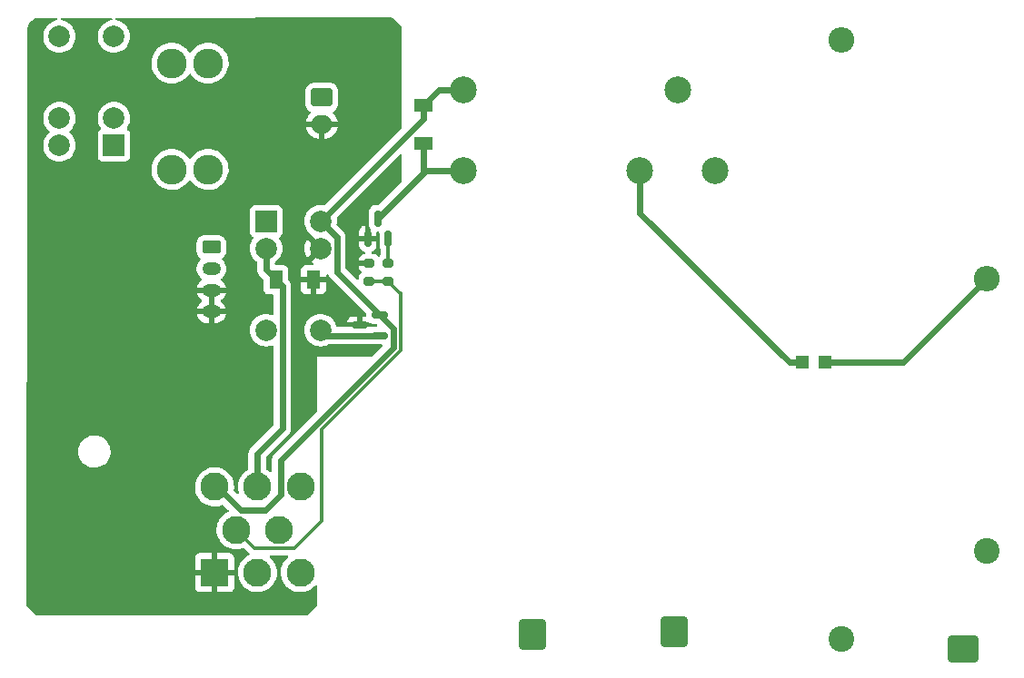
<source format=gbr>
%TF.GenerationSoftware,KiCad,Pcbnew,(6.0.1)*%
%TF.CreationDate,2022-11-29T11:44:29-05:00*%
%TF.ProjectId,pacman_side_2,7061636d-616e-45f7-9369-64655f322e6b,rev?*%
%TF.SameCoordinates,Original*%
%TF.FileFunction,Copper,L2,Bot*%
%TF.FilePolarity,Positive*%
%FSLAX46Y46*%
G04 Gerber Fmt 4.6, Leading zero omitted, Abs format (unit mm)*
G04 Created by KiCad (PCBNEW (6.0.1)) date 2022-11-29 11:44:29*
%MOMM*%
%LPD*%
G01*
G04 APERTURE LIST*
G04 Aperture macros list*
%AMRoundRect*
0 Rectangle with rounded corners*
0 $1 Rounding radius*
0 $2 $3 $4 $5 $6 $7 $8 $9 X,Y pos of 4 corners*
0 Add a 4 corners polygon primitive as box body*
4,1,4,$2,$3,$4,$5,$6,$7,$8,$9,$2,$3,0*
0 Add four circle primitives for the rounded corners*
1,1,$1+$1,$2,$3*
1,1,$1+$1,$4,$5*
1,1,$1+$1,$6,$7*
1,1,$1+$1,$8,$9*
0 Add four rect primitives between the rounded corners*
20,1,$1+$1,$2,$3,$4,$5,0*
20,1,$1+$1,$4,$5,$6,$7,0*
20,1,$1+$1,$6,$7,$8,$9,0*
20,1,$1+$1,$8,$9,$2,$3,0*%
G04 Aperture macros list end*
%TA.AperFunction,ComponentPad*%
%ADD10RoundRect,0.250000X-0.625000X0.350000X-0.625000X-0.350000X0.625000X-0.350000X0.625000X0.350000X0*%
%TD*%
%TA.AperFunction,ComponentPad*%
%ADD11O,1.750000X1.200000*%
%TD*%
%TA.AperFunction,ComponentPad*%
%ADD12R,2.000000X2.000000*%
%TD*%
%TA.AperFunction,ComponentPad*%
%ADD13C,2.000000*%
%TD*%
%TA.AperFunction,ComponentPad*%
%ADD14C,2.500000*%
%TD*%
%TA.AperFunction,ComponentPad*%
%ADD15C,2.780000*%
%TD*%
%TA.AperFunction,ComponentPad*%
%ADD16RoundRect,0.250000X1.150000X-0.980000X1.150000X0.980000X-1.150000X0.980000X-1.150000X-0.980000X0*%
%TD*%
%TA.AperFunction,ComponentPad*%
%ADD17RoundRect,0.250000X-0.750000X0.600000X-0.750000X-0.600000X0.750000X-0.600000X0.750000X0.600000X0*%
%TD*%
%TA.AperFunction,ComponentPad*%
%ADD18O,2.000000X1.700000*%
%TD*%
%TA.AperFunction,ComponentPad*%
%ADD19C,2.400000*%
%TD*%
%TA.AperFunction,ComponentPad*%
%ADD20O,2.400000X2.400000*%
%TD*%
%TA.AperFunction,ComponentPad*%
%ADD21RoundRect,0.250000X0.980000X1.150000X-0.980000X1.150000X-0.980000X-1.150000X0.980000X-1.150000X0*%
%TD*%
%TA.AperFunction,ComponentPad*%
%ADD22R,2.625000X2.625000*%
%TD*%
%TA.AperFunction,ComponentPad*%
%ADD23C,2.625000*%
%TD*%
%TA.AperFunction,SMDPad,CuDef*%
%ADD24RoundRect,0.150000X0.150000X-0.587500X0.150000X0.587500X-0.150000X0.587500X-0.150000X-0.587500X0*%
%TD*%
%TA.AperFunction,SMDPad,CuDef*%
%ADD25R,1.700000X1.300000*%
%TD*%
%TA.AperFunction,SMDPad,CuDef*%
%ADD26R,1.200000X1.200000*%
%TD*%
%TA.AperFunction,SMDPad,CuDef*%
%ADD27RoundRect,0.200000X-0.275000X0.200000X-0.275000X-0.200000X0.275000X-0.200000X0.275000X0.200000X0*%
%TD*%
%TA.AperFunction,SMDPad,CuDef*%
%ADD28R,1.300000X1.700000*%
%TD*%
%TA.AperFunction,SMDPad,CuDef*%
%ADD29RoundRect,0.150000X0.587500X0.150000X-0.587500X0.150000X-0.587500X-0.150000X0.587500X-0.150000X0*%
%TD*%
%TA.AperFunction,ViaPad*%
%ADD30C,0.800000*%
%TD*%
%TA.AperFunction,Conductor*%
%ADD31C,0.600000*%
%TD*%
%TA.AperFunction,Conductor*%
%ADD32C,0.360000*%
%TD*%
G04 APERTURE END LIST*
D10*
%TO.P,J9,1,Pin_1*%
%TO.N,/AIR_B-*%
X107061000Y-84773000D03*
D11*
%TO.P,J9,2,Pin_2*%
%TO.N,/AIR_B+*%
X107061000Y-86773000D03*
%TO.P,J9,3,Pin_3*%
%TO.N,GND*%
X107061000Y-88773000D03*
%TO.P,J9,4,Pin_4*%
X107061000Y-90773000D03*
%TD*%
D12*
%TO.P,K3,1*%
%TO.N,unconnected-(K3-Pad1)*%
X97972500Y-75268500D03*
D13*
%TO.P,K3,2*%
%TO.N,+12V*%
X97972500Y-72728500D03*
%TO.P,K3,5*%
X97972500Y-65108500D03*
%TO.P,K3,6*%
X92892500Y-65108500D03*
%TO.P,K3,9*%
%TO.N,/BMS_FAN*%
X92892500Y-72728500D03*
%TO.P,K3,10*%
%TO.N,/FAN_OUT*%
X92892500Y-75268500D03*
%TD*%
D14*
%TO.P,K1,1*%
%TO.N,/INT-*%
X147000000Y-77621000D03*
%TO.P,K1,2*%
%TO.N,/AIR_B-*%
X130500000Y-70121000D03*
%TO.P,K1,5*%
%TO.N,Net-(K1-Pad5)*%
X150500000Y-70121000D03*
%TO.P,K1,9*%
%TO.N,Net-(D3-Pad2)*%
X130500000Y-77621000D03*
%TO.P,K1,10*%
%TO.N,/B+*%
X154000000Y-77621000D03*
%TD*%
D15*
%TO.P,F3,1*%
%TO.N,/FAN_OUT*%
X106765000Y-77521000D03*
X103365000Y-77521000D03*
%TO.P,F3,2*%
%TO.N,Net-(F3-Pad2)*%
X103365000Y-67601000D03*
X106765000Y-67601000D03*
%TD*%
D16*
%TO.P,J3,1,Pin_1*%
%TO.N,/INT+*%
X177115000Y-122224800D03*
%TD*%
D17*
%TO.P,J6,1,Pin_1*%
%TO.N,Net-(F3-Pad2)*%
X117340000Y-70811000D03*
D18*
%TO.P,J6,2,Pin_2*%
%TO.N,GND*%
X117340000Y-73311000D03*
%TD*%
D19*
%TO.P,R3,1*%
%TO.N,/INT+*%
X165735000Y-121285000D03*
D20*
%TO.P,R3,2*%
%TO.N,Net-(K1-Pad5)*%
X165735000Y-65405000D03*
%TD*%
D21*
%TO.P,J4,1,Pin_1*%
%TO.N,/B+*%
X150211000Y-120655000D03*
%TD*%
%TO.P,J5,1,Pin_1*%
%TO.N,/INT-*%
X137003000Y-120909000D03*
%TD*%
D12*
%TO.P,K2,1*%
%TO.N,unconnected-(K2-Pad1)*%
X112157500Y-82353500D03*
D13*
%TO.P,K2,2*%
%TO.N,/MAIN_CONT*%
X112157500Y-84893500D03*
%TO.P,K2,5*%
%TO.N,/AIR_B+*%
X112157500Y-92513500D03*
%TO.P,K2,6*%
X117237500Y-92513500D03*
%TO.P,K2,9*%
%TO.N,GND*%
X117237500Y-84893500D03*
%TO.P,K2,10*%
%TO.N,/AIR_B-*%
X117237500Y-82353500D03*
%TD*%
D22*
%TO.P,J1,1,Pin_1*%
%TO.N,GND*%
X107349000Y-115130000D03*
D23*
%TO.P,J1,2,Pin_2*%
%TO.N,/BMS_FAN*%
X111349000Y-115130000D03*
%TO.P,J1,3,Pin_3*%
%TO.N,+12V*%
X115349000Y-115130000D03*
%TO.P,J1,4,Pin_4*%
%TO.N,/PRECHARGE*%
X109349000Y-111130000D03*
%TO.P,J1,5,Pin_5*%
%TO.N,unconnected-(J1-Pad5)*%
X113349000Y-111130000D03*
%TO.P,J1,6,Pin_6*%
%TO.N,/AIR_B-*%
X107349000Y-107130000D03*
%TO.P,J1,7,Pin_7*%
%TO.N,/MAIN_CONT*%
X111349000Y-107130000D03*
%TO.P,J1,8,Pin_8*%
%TO.N,unconnected-(J1-Pad8)*%
X115349000Y-107130000D03*
%TD*%
D24*
%TO.P,Q2,1,B*%
%TO.N,Net-(Q2-Pad1)*%
X123515000Y-83956310D03*
%TO.P,Q2,2,E*%
%TO.N,GND*%
X121615000Y-83956310D03*
%TO.P,Q2,3,C*%
%TO.N,Net-(D3-Pad2)*%
X122565000Y-82081310D03*
%TD*%
D25*
%TO.P,D3,1,K*%
%TO.N,/AIR_B-*%
X126815000Y-71561000D03*
%TO.P,D3,2,A*%
%TO.N,Net-(D3-Pad2)*%
X126815000Y-75061000D03*
%TD*%
D26*
%TO.P,D1,1,K*%
%TO.N,/INT-*%
X162115000Y-95504000D03*
%TO.P,D1,2,A*%
%TO.N,Net-(D1-Pad2)*%
X164215000Y-95504000D03*
%TD*%
D27*
%TO.P,R5,1*%
%TO.N,Net-(Q2-Pad1)*%
X123513000Y-86302000D03*
%TO.P,R5,2*%
%TO.N,/PRECHARGE*%
X123513000Y-87952000D03*
%TD*%
D28*
%TO.P,D4,1,K*%
%TO.N,/MAIN_CONT*%
X113065000Y-87811000D03*
%TO.P,D4,2,A*%
%TO.N,GND*%
X116565000Y-87811000D03*
%TD*%
D29*
%TO.P,D5,1,K*%
%TO.N,/AIR_B-*%
X122752500Y-91111000D03*
%TO.P,D5,2,K*%
%TO.N,/AIR_B+*%
X122752500Y-93011000D03*
%TO.P,D5,3,A*%
%TO.N,GND*%
X120877500Y-92061000D03*
%TD*%
D19*
%TO.P,R1,1*%
%TO.N,/INT+*%
X179324000Y-113080800D03*
D20*
%TO.P,R1,2*%
%TO.N,Net-(D1-Pad2)*%
X179324000Y-87680800D03*
%TD*%
D27*
%TO.P,R6,1*%
%TO.N,GND*%
X121763000Y-86302000D03*
%TO.P,R6,2*%
%TO.N,/PRECHARGE*%
X121763000Y-87952000D03*
%TD*%
D30*
%TO.N,GND*%
X123795000Y-78237000D03*
X119985000Y-82301000D03*
X121509000Y-80523000D03*
%TD*%
D31*
%TO.N,/INT-*%
X147000000Y-81589000D02*
X147000000Y-77621000D01*
X162115000Y-95504000D02*
X160915000Y-95504000D01*
X160915000Y-95504000D02*
X147000000Y-81589000D01*
%TO.N,Net-(D1-Pad2)*%
X171500800Y-95504000D02*
X179324000Y-87680800D01*
X164215000Y-95504000D02*
X171500800Y-95504000D01*
%TO.N,Net-(D3-Pad2)*%
X127025310Y-77621000D02*
X130500000Y-77621000D01*
X122565000Y-82081310D02*
X127025310Y-77621000D01*
X126815000Y-77831310D02*
X126815000Y-75061000D01*
X122565000Y-82081310D02*
X126815000Y-77831310D01*
%TO.N,/MAIN_CONT*%
X113657011Y-88403011D02*
X113657011Y-101718989D01*
X112157500Y-86903500D02*
X113065000Y-87811000D01*
X111315000Y-104061000D02*
X111315000Y-107061000D01*
X113657011Y-101718989D02*
X111315000Y-104061000D01*
X113065000Y-87811000D02*
X113657011Y-88403011D01*
X112157500Y-84893500D02*
X112157500Y-86903500D01*
%TO.N,/AIR_B+*%
X117735000Y-93011000D02*
X122752500Y-93011000D01*
X117237500Y-92513500D02*
X117735000Y-93011000D01*
D32*
%TO.N,/PRECHARGE*%
X124669040Y-94417946D02*
X117315000Y-101771986D01*
X123513000Y-87952000D02*
X121763000Y-87952000D01*
X123513000Y-87952000D02*
X124642960Y-89081960D01*
X117315000Y-101771986D02*
X117315000Y-110311000D01*
X124669040Y-89081960D02*
X124669040Y-94417946D01*
X111076011Y-112822011D02*
X109315000Y-111061000D01*
X114803989Y-112822011D02*
X111076011Y-112822011D01*
X117315000Y-110311000D02*
X114803989Y-112822011D01*
X124642960Y-89081960D02*
X124669040Y-89081960D01*
D31*
%TO.N,/AIR_B-*%
X118737011Y-83853011D02*
X117237500Y-82353500D01*
X113502989Y-104623011D02*
X113502989Y-107873011D01*
X128255000Y-70121000D02*
X126815000Y-71561000D01*
X113502989Y-107873011D02*
X112065000Y-109311000D01*
X122752500Y-91111000D02*
X123989520Y-92348020D01*
X112065000Y-109311000D02*
X109815000Y-109311000D01*
X123989520Y-92348020D02*
X123989520Y-94136480D01*
X109815000Y-109311000D02*
X107565000Y-107061000D01*
X107565000Y-107061000D02*
X107315000Y-107061000D01*
X126815000Y-71561000D02*
X126815000Y-72776000D01*
X122752500Y-91111000D02*
X118737011Y-87095511D01*
X118737011Y-87095511D02*
X118737011Y-83853011D01*
X130500000Y-70121000D02*
X128255000Y-70121000D01*
X126815000Y-72776000D02*
X117237500Y-82353500D01*
X123989520Y-94136480D02*
X113502989Y-104623011D01*
D32*
%TO.N,Net-(Q2-Pad1)*%
X123515000Y-86300000D02*
X123513000Y-86302000D01*
X123515000Y-83956310D02*
X123515000Y-86300000D01*
%TD*%
%TA.AperFunction,Conductor*%
%TO.N,GND*%
G36*
X123929028Y-63373122D02*
G01*
X123950066Y-63390066D01*
X124774095Y-64214095D01*
X124808121Y-64276407D01*
X124811000Y-64303190D01*
X124811000Y-73584419D01*
X124790998Y-73652540D01*
X124774096Y-73673513D01*
X121194792Y-77252816D01*
X117616385Y-80831223D01*
X117554073Y-80865249D01*
X117497874Y-80864646D01*
X117474211Y-80858965D01*
X117237500Y-80840335D01*
X117000789Y-80858965D01*
X116995982Y-80860119D01*
X116995976Y-80860120D01*
X116876925Y-80888702D01*
X116769906Y-80914395D01*
X116765335Y-80916288D01*
X116765333Y-80916289D01*
X116555111Y-81003365D01*
X116555107Y-81003367D01*
X116550537Y-81005260D01*
X116546317Y-81007846D01*
X116352298Y-81126741D01*
X116352292Y-81126745D01*
X116348084Y-81129324D01*
X116167531Y-81283531D01*
X116013324Y-81464084D01*
X116010745Y-81468292D01*
X116010741Y-81468298D01*
X115891846Y-81662317D01*
X115889260Y-81666537D01*
X115798395Y-81885906D01*
X115797240Y-81890718D01*
X115744121Y-82111974D01*
X115742965Y-82116789D01*
X115724335Y-82353500D01*
X115742965Y-82590211D01*
X115744119Y-82595018D01*
X115744120Y-82595024D01*
X115772934Y-82715043D01*
X115798395Y-82821094D01*
X115800288Y-82825665D01*
X115800289Y-82825667D01*
X115854438Y-82956394D01*
X115889260Y-83040463D01*
X115891846Y-83044683D01*
X116010741Y-83238702D01*
X116010745Y-83238708D01*
X116013324Y-83242916D01*
X116167531Y-83423469D01*
X116171287Y-83426677D01*
X116171292Y-83426682D01*
X116324116Y-83557206D01*
X116362926Y-83616656D01*
X116365140Y-83651058D01*
X116373377Y-83670167D01*
X117507615Y-84804405D01*
X117541641Y-84866717D01*
X117536576Y-84937532D01*
X117507615Y-84982595D01*
X116376420Y-86113790D01*
X116369660Y-86126170D01*
X116375386Y-86133819D01*
X116515315Y-86219569D01*
X116562946Y-86272217D01*
X116574552Y-86342258D01*
X116546448Y-86407456D01*
X116487558Y-86447109D01*
X116449479Y-86453001D01*
X115870331Y-86453001D01*
X115863510Y-86453371D01*
X115812648Y-86458895D01*
X115797396Y-86462521D01*
X115676946Y-86507676D01*
X115661351Y-86516214D01*
X115559276Y-86592715D01*
X115546715Y-86605276D01*
X115470214Y-86707351D01*
X115461676Y-86722946D01*
X115416522Y-86843394D01*
X115412895Y-86858649D01*
X115407369Y-86909514D01*
X115407000Y-86916328D01*
X115407000Y-87538885D01*
X115411475Y-87554124D01*
X115412865Y-87555329D01*
X115420548Y-87557000D01*
X117704884Y-87557000D01*
X117720123Y-87552525D01*
X117721328Y-87551135D01*
X117722999Y-87543452D01*
X117722999Y-87400253D01*
X117743001Y-87332132D01*
X117796657Y-87285639D01*
X117866931Y-87275535D01*
X117931511Y-87305029D01*
X117965239Y-87355324D01*
X117965892Y-87355020D01*
X117965892Y-87355021D01*
X117984219Y-87394324D01*
X117989001Y-87406100D01*
X118003266Y-87447063D01*
X118007000Y-87453038D01*
X118007001Y-87453041D01*
X118021038Y-87475506D01*
X118028377Y-87489023D01*
X118039570Y-87513025D01*
X118042549Y-87519413D01*
X118046866Y-87524978D01*
X118046867Y-87524980D01*
X118069117Y-87553664D01*
X118076413Y-87564123D01*
X118099385Y-87600887D01*
X118104345Y-87605882D01*
X118104346Y-87605883D01*
X118127987Y-87629690D01*
X118128572Y-87630315D01*
X118129089Y-87630981D01*
X118155079Y-87656971D01*
X118227196Y-87729593D01*
X118228233Y-87730251D01*
X118229462Y-87731354D01*
X121469595Y-90971487D01*
X121503621Y-91033799D01*
X121506500Y-91060582D01*
X121506500Y-91127000D01*
X121486498Y-91195121D01*
X121432842Y-91241614D01*
X121380500Y-91253000D01*
X121149615Y-91253000D01*
X121134376Y-91257475D01*
X121133171Y-91258865D01*
X121131500Y-91266548D01*
X121131500Y-91788885D01*
X121135975Y-91804124D01*
X121137365Y-91805329D01*
X121145048Y-91807000D01*
X121760158Y-91807000D01*
X121824297Y-91824547D01*
X121901399Y-91870145D01*
X121909010Y-91872356D01*
X121909012Y-91872357D01*
X121961231Y-91887528D01*
X122061169Y-91916562D01*
X122067574Y-91917066D01*
X122067579Y-91917067D01*
X122096042Y-91919307D01*
X122096050Y-91919307D01*
X122098498Y-91919500D01*
X122365418Y-91919500D01*
X122433539Y-91939502D01*
X122454513Y-91956405D01*
X122485513Y-91987405D01*
X122519539Y-92049717D01*
X122514474Y-92120532D01*
X122471927Y-92177368D01*
X122405407Y-92202179D01*
X122396418Y-92202500D01*
X118813531Y-92202500D01*
X118745410Y-92182498D01*
X118698917Y-92128842D01*
X118691013Y-92105915D01*
X118677763Y-92050727D01*
X118677760Y-92050718D01*
X118676605Y-92045906D01*
X118639533Y-91956405D01*
X118587635Y-91831111D01*
X118587633Y-91831107D01*
X118585740Y-91826537D01*
X118570174Y-91801135D01*
X118563108Y-91789605D01*
X119640061Y-91789605D01*
X119640101Y-91803706D01*
X119647370Y-91807000D01*
X120605385Y-91807000D01*
X120620624Y-91802525D01*
X120621829Y-91801135D01*
X120623500Y-91793452D01*
X120623500Y-91271116D01*
X120619025Y-91255877D01*
X120617635Y-91254672D01*
X120609952Y-91253001D01*
X120226017Y-91253001D01*
X120221080Y-91253195D01*
X120192664Y-91255430D01*
X120180069Y-91257730D01*
X120034210Y-91300107D01*
X120019779Y-91306352D01*
X119890322Y-91382911D01*
X119877896Y-91392551D01*
X119771551Y-91498896D01*
X119761911Y-91511322D01*
X119685352Y-91640779D01*
X119679107Y-91655210D01*
X119640061Y-91789605D01*
X118563108Y-91789605D01*
X118464259Y-91628298D01*
X118464255Y-91628292D01*
X118461676Y-91624084D01*
X118307469Y-91443531D01*
X118126916Y-91289324D01*
X118122708Y-91286745D01*
X118122702Y-91286741D01*
X117928683Y-91167846D01*
X117924463Y-91165260D01*
X117919893Y-91163367D01*
X117919889Y-91163365D01*
X117709667Y-91076289D01*
X117709665Y-91076288D01*
X117705094Y-91074395D01*
X117624891Y-91055140D01*
X117479024Y-91020120D01*
X117479018Y-91020119D01*
X117474211Y-91018965D01*
X117237500Y-91000335D01*
X117000789Y-91018965D01*
X116995982Y-91020119D01*
X116995976Y-91020120D01*
X116850109Y-91055140D01*
X116769906Y-91074395D01*
X116765335Y-91076288D01*
X116765333Y-91076289D01*
X116555111Y-91163365D01*
X116555107Y-91163367D01*
X116550537Y-91165260D01*
X116546317Y-91167846D01*
X116352298Y-91286741D01*
X116352292Y-91286745D01*
X116348084Y-91289324D01*
X116167531Y-91443531D01*
X116013324Y-91624084D01*
X116010745Y-91628292D01*
X116010741Y-91628298D01*
X115904826Y-91801135D01*
X115889260Y-91826537D01*
X115887367Y-91831107D01*
X115887365Y-91831111D01*
X115835467Y-91956405D01*
X115798395Y-92045906D01*
X115742965Y-92276789D01*
X115724335Y-92513500D01*
X115742965Y-92750211D01*
X115798395Y-92981094D01*
X115889260Y-93200463D01*
X115891846Y-93204683D01*
X116010741Y-93398702D01*
X116010745Y-93398708D01*
X116013324Y-93402916D01*
X116167531Y-93583469D01*
X116348084Y-93737676D01*
X116352292Y-93740255D01*
X116352298Y-93740259D01*
X116481608Y-93819500D01*
X116550537Y-93861740D01*
X116555107Y-93863633D01*
X116555111Y-93863635D01*
X116720706Y-93932226D01*
X116769906Y-93952605D01*
X116815004Y-93963432D01*
X116995976Y-94006880D01*
X116995982Y-94006881D01*
X117000789Y-94008035D01*
X117237500Y-94026665D01*
X117474211Y-94008035D01*
X117479018Y-94006881D01*
X117479024Y-94006880D01*
X117659996Y-93963432D01*
X117705094Y-93952605D01*
X117754294Y-93932226D01*
X117919891Y-93863634D01*
X117919893Y-93863633D01*
X117924463Y-93861740D01*
X117963095Y-93838066D01*
X118028927Y-93819500D01*
X122858919Y-93819500D01*
X122927040Y-93839502D01*
X122973533Y-93893158D01*
X122983637Y-93963432D01*
X122954143Y-94028012D01*
X122948014Y-94034595D01*
X122018514Y-94964095D01*
X121956202Y-94998121D01*
X121929419Y-95001000D01*
X116937000Y-95001000D01*
X116937000Y-99993418D01*
X116916998Y-100061539D01*
X116900095Y-100082513D01*
X112937831Y-104044777D01*
X112936894Y-104045705D01*
X112872482Y-104108782D01*
X112848991Y-104145232D01*
X112841572Y-104155557D01*
X112814513Y-104189454D01*
X112811448Y-104195795D01*
X112811447Y-104195796D01*
X112799917Y-104219648D01*
X112792388Y-104233065D01*
X112774224Y-104261249D01*
X112771816Y-104267866D01*
X112771813Y-104267871D01*
X112759397Y-104301984D01*
X112754436Y-104313727D01*
X112738635Y-104346414D01*
X112738633Y-104346419D01*
X112735568Y-104352760D01*
X112733985Y-104359618D01*
X112733984Y-104359620D01*
X112728024Y-104385437D01*
X112723657Y-104400180D01*
X112712186Y-104431696D01*
X112711303Y-104438686D01*
X112711301Y-104438694D01*
X112706751Y-104474712D01*
X112704515Y-104487264D01*
X112694765Y-104529496D01*
X112694740Y-104536542D01*
X112694740Y-104536545D01*
X112694623Y-104570067D01*
X112694594Y-104570949D01*
X112694489Y-104571780D01*
X112694489Y-104608583D01*
X112694132Y-104710881D01*
X112694400Y-104712081D01*
X112694489Y-104713718D01*
X112694489Y-105606255D01*
X112674487Y-105674376D01*
X112620831Y-105720869D01*
X112550557Y-105730973D01*
X112496670Y-105709783D01*
X112279657Y-105559236D01*
X112279650Y-105559232D01*
X112275819Y-105556574D01*
X112271637Y-105554511D01*
X112271629Y-105554507D01*
X112193772Y-105516113D01*
X112141523Y-105468045D01*
X112123500Y-105403107D01*
X112123500Y-104448082D01*
X112143502Y-104379961D01*
X112160405Y-104358987D01*
X114222074Y-102297317D01*
X114223011Y-102296388D01*
X114282486Y-102238146D01*
X114282487Y-102238145D01*
X114287518Y-102233218D01*
X114291333Y-102227299D01*
X114291339Y-102227291D01*
X114311005Y-102196775D01*
X114318438Y-102186430D01*
X114345487Y-102152546D01*
X114360084Y-102122351D01*
X114367613Y-102108934D01*
X114381959Y-102086673D01*
X114385776Y-102080751D01*
X114388184Y-102074134D01*
X114388187Y-102074129D01*
X114400603Y-102040016D01*
X114405564Y-102028273D01*
X114421364Y-101995589D01*
X114421367Y-101995580D01*
X114424432Y-101989240D01*
X114431977Y-101956561D01*
X114436345Y-101941814D01*
X114447814Y-101910304D01*
X114448696Y-101903319D01*
X114448698Y-101903312D01*
X114453248Y-101867297D01*
X114455483Y-101854746D01*
X114463651Y-101819367D01*
X114465236Y-101812504D01*
X114465378Y-101771915D01*
X114465407Y-101771046D01*
X114465511Y-101770220D01*
X114465511Y-101733703D01*
X114465869Y-101631119D01*
X114465600Y-101629916D01*
X114465511Y-101628272D01*
X114465511Y-88705669D01*
X115407001Y-88705669D01*
X115407371Y-88712490D01*
X115412895Y-88763352D01*
X115416521Y-88778604D01*
X115461676Y-88899054D01*
X115470214Y-88914649D01*
X115546715Y-89016724D01*
X115559276Y-89029285D01*
X115661351Y-89105786D01*
X115676946Y-89114324D01*
X115797394Y-89159478D01*
X115812649Y-89163105D01*
X115863514Y-89168631D01*
X115870328Y-89169000D01*
X116292885Y-89169000D01*
X116308124Y-89164525D01*
X116309329Y-89163135D01*
X116311000Y-89155452D01*
X116311000Y-89150884D01*
X116819000Y-89150884D01*
X116823475Y-89166123D01*
X116824865Y-89167328D01*
X116832548Y-89168999D01*
X117259669Y-89168999D01*
X117266490Y-89168629D01*
X117317352Y-89163105D01*
X117332604Y-89159479D01*
X117453054Y-89114324D01*
X117468649Y-89105786D01*
X117570724Y-89029285D01*
X117583285Y-89016724D01*
X117659786Y-88914649D01*
X117668324Y-88899054D01*
X117713478Y-88778606D01*
X117717105Y-88763351D01*
X117722631Y-88712486D01*
X117723000Y-88705672D01*
X117723000Y-88083115D01*
X117718525Y-88067876D01*
X117717135Y-88066671D01*
X117709452Y-88065000D01*
X116837115Y-88065000D01*
X116821876Y-88069475D01*
X116820671Y-88070865D01*
X116819000Y-88078548D01*
X116819000Y-89150884D01*
X116311000Y-89150884D01*
X116311000Y-88083115D01*
X116306525Y-88067876D01*
X116305135Y-88066671D01*
X116297452Y-88065000D01*
X115425116Y-88065000D01*
X115409877Y-88069475D01*
X115408672Y-88070865D01*
X115407001Y-88078548D01*
X115407001Y-88705669D01*
X114465511Y-88705669D01*
X114465511Y-88412225D01*
X114465518Y-88410905D01*
X114466388Y-88327837D01*
X114466462Y-88320790D01*
X114457300Y-88278414D01*
X114455241Y-88265843D01*
X114451193Y-88229755D01*
X114450408Y-88222756D01*
X114439378Y-88191081D01*
X114435215Y-88176269D01*
X114429620Y-88150392D01*
X114428130Y-88143501D01*
X114409803Y-88104198D01*
X114405021Y-88092422D01*
X114390756Y-88051459D01*
X114383749Y-88040245D01*
X114372984Y-88023016D01*
X114365645Y-88009499D01*
X114354452Y-87985497D01*
X114354451Y-87985496D01*
X114351473Y-87979109D01*
X114338058Y-87961814D01*
X114324905Y-87944858D01*
X114317609Y-87934399D01*
X114298369Y-87903607D01*
X114298367Y-87903604D01*
X114294637Y-87897635D01*
X114289676Y-87892639D01*
X114266035Y-87868832D01*
X114265450Y-87868207D01*
X114264933Y-87867541D01*
X114260405Y-87863013D01*
X114260074Y-87862407D01*
X114259536Y-87861797D01*
X114259674Y-87861675D01*
X114226379Y-87800701D01*
X114223500Y-87773918D01*
X114223500Y-86912866D01*
X114216745Y-86850684D01*
X114165615Y-86714295D01*
X114078261Y-86597739D01*
X113961705Y-86510385D01*
X113825316Y-86459255D01*
X113763134Y-86452500D01*
X113092000Y-86452500D01*
X113023879Y-86432498D01*
X112977386Y-86378842D01*
X112966000Y-86326500D01*
X112966000Y-86237824D01*
X112986002Y-86169703D01*
X113026164Y-86130393D01*
X113046916Y-86117676D01*
X113125832Y-86050275D01*
X113223713Y-85966677D01*
X113227469Y-85963469D01*
X113381676Y-85782916D01*
X113384255Y-85778708D01*
X113384259Y-85778702D01*
X113503154Y-85584683D01*
X113505740Y-85580463D01*
X113507729Y-85575663D01*
X113594711Y-85365667D01*
X113594712Y-85365665D01*
X113596605Y-85361094D01*
X113623260Y-85250068D01*
X113650880Y-85135024D01*
X113650881Y-85135018D01*
X113652035Y-85130211D01*
X113670277Y-84898430D01*
X115725225Y-84898430D01*
X115743072Y-85125199D01*
X115744615Y-85134946D01*
X115797717Y-85356127D01*
X115800766Y-85365512D01*
X115887813Y-85575663D01*
X115892295Y-85584458D01*
X115994932Y-85751945D01*
X116005390Y-85761407D01*
X116014166Y-85757624D01*
X116865478Y-84906312D01*
X116873092Y-84892368D01*
X116872961Y-84890535D01*
X116868710Y-84883920D01*
X116017210Y-84032420D01*
X116004830Y-84025660D01*
X115997180Y-84031387D01*
X115892295Y-84202542D01*
X115887813Y-84211337D01*
X115800766Y-84421488D01*
X115797717Y-84430873D01*
X115744615Y-84652054D01*
X115743072Y-84661801D01*
X115725225Y-84888570D01*
X115725225Y-84898430D01*
X113670277Y-84898430D01*
X113670665Y-84893500D01*
X113652035Y-84656789D01*
X113648280Y-84641146D01*
X113597760Y-84430718D01*
X113596605Y-84425906D01*
X113574525Y-84372600D01*
X113507635Y-84211111D01*
X113507633Y-84211107D01*
X113505740Y-84206537D01*
X113494321Y-84187903D01*
X113384259Y-84008298D01*
X113384255Y-84008292D01*
X113381676Y-84004084D01*
X113378460Y-84000318D01*
X113372329Y-83993139D01*
X113343298Y-83928349D01*
X113353903Y-83858149D01*
X113400027Y-83805681D01*
X113404205Y-83804115D01*
X113520761Y-83716761D01*
X113608115Y-83600205D01*
X113659245Y-83463816D01*
X113666000Y-83401634D01*
X113666000Y-81305366D01*
X113659245Y-81243184D01*
X113608115Y-81106795D01*
X113520761Y-80990239D01*
X113404205Y-80902885D01*
X113267816Y-80851755D01*
X113205634Y-80845000D01*
X111109366Y-80845000D01*
X111047184Y-80851755D01*
X110910795Y-80902885D01*
X110794239Y-80990239D01*
X110706885Y-81106795D01*
X110655755Y-81243184D01*
X110649000Y-81305366D01*
X110649000Y-83401634D01*
X110655755Y-83463816D01*
X110706885Y-83600205D01*
X110794239Y-83716761D01*
X110910376Y-83803801D01*
X110910795Y-83804115D01*
X110910750Y-83804175D01*
X110957518Y-83851052D01*
X110972528Y-83920444D01*
X110947640Y-83986935D01*
X110942671Y-83993139D01*
X110936540Y-84000318D01*
X110933324Y-84004084D01*
X110930745Y-84008292D01*
X110930741Y-84008298D01*
X110820679Y-84187903D01*
X110809260Y-84206537D01*
X110807367Y-84211107D01*
X110807365Y-84211111D01*
X110740475Y-84372600D01*
X110718395Y-84425906D01*
X110717240Y-84430718D01*
X110666721Y-84641146D01*
X110662965Y-84656789D01*
X110644335Y-84893500D01*
X110662965Y-85130211D01*
X110664119Y-85135018D01*
X110664120Y-85135024D01*
X110691740Y-85250068D01*
X110718395Y-85361094D01*
X110720288Y-85365665D01*
X110720289Y-85365667D01*
X110807272Y-85575663D01*
X110809260Y-85580463D01*
X110811846Y-85584683D01*
X110930741Y-85778702D01*
X110930745Y-85778708D01*
X110933324Y-85782916D01*
X111087531Y-85963469D01*
X111091287Y-85966677D01*
X111189168Y-86050275D01*
X111268084Y-86117676D01*
X111288836Y-86130393D01*
X111336466Y-86183038D01*
X111349000Y-86237824D01*
X111349000Y-86894264D01*
X111348993Y-86895584D01*
X111348049Y-86985721D01*
X111357211Y-87028097D01*
X111359269Y-87040663D01*
X111364103Y-87083755D01*
X111366419Y-87090406D01*
X111366420Y-87090410D01*
X111375133Y-87115430D01*
X111379296Y-87130242D01*
X111386381Y-87163010D01*
X111404708Y-87202313D01*
X111409490Y-87214089D01*
X111423755Y-87255052D01*
X111427489Y-87261027D01*
X111427490Y-87261030D01*
X111441527Y-87283495D01*
X111448866Y-87297012D01*
X111460059Y-87321014D01*
X111463038Y-87327402D01*
X111467355Y-87332967D01*
X111467356Y-87332969D01*
X111489606Y-87361653D01*
X111496902Y-87372112D01*
X111510771Y-87394307D01*
X111519874Y-87408876D01*
X111524834Y-87413871D01*
X111524835Y-87413872D01*
X111548476Y-87437679D01*
X111549061Y-87438304D01*
X111549578Y-87438970D01*
X111575568Y-87464960D01*
X111647685Y-87537582D01*
X111648722Y-87538240D01*
X111649951Y-87539343D01*
X111869595Y-87758987D01*
X111903621Y-87821299D01*
X111906500Y-87848082D01*
X111906500Y-88709134D01*
X111913255Y-88771316D01*
X111964385Y-88907705D01*
X112051739Y-89024261D01*
X112168295Y-89111615D01*
X112304684Y-89162745D01*
X112366866Y-89169500D01*
X112722511Y-89169500D01*
X112790632Y-89189502D01*
X112837125Y-89243158D01*
X112848511Y-89295500D01*
X112848511Y-90978365D01*
X112828509Y-91046486D01*
X112774853Y-91092979D01*
X112704579Y-91103083D01*
X112674295Y-91094774D01*
X112625094Y-91074395D01*
X112544891Y-91055140D01*
X112399024Y-91020120D01*
X112399018Y-91020119D01*
X112394211Y-91018965D01*
X112157500Y-91000335D01*
X111920789Y-91018965D01*
X111915982Y-91020119D01*
X111915976Y-91020120D01*
X111770109Y-91055140D01*
X111689906Y-91074395D01*
X111685335Y-91076288D01*
X111685333Y-91076289D01*
X111475111Y-91163365D01*
X111475107Y-91163367D01*
X111470537Y-91165260D01*
X111466317Y-91167846D01*
X111272298Y-91286741D01*
X111272292Y-91286745D01*
X111268084Y-91289324D01*
X111087531Y-91443531D01*
X110933324Y-91624084D01*
X110930745Y-91628292D01*
X110930741Y-91628298D01*
X110824826Y-91801135D01*
X110809260Y-91826537D01*
X110807367Y-91831107D01*
X110807365Y-91831111D01*
X110755467Y-91956405D01*
X110718395Y-92045906D01*
X110662965Y-92276789D01*
X110644335Y-92513500D01*
X110662965Y-92750211D01*
X110718395Y-92981094D01*
X110809260Y-93200463D01*
X110811846Y-93204683D01*
X110930741Y-93398702D01*
X110930745Y-93398708D01*
X110933324Y-93402916D01*
X111087531Y-93583469D01*
X111268084Y-93737676D01*
X111272292Y-93740255D01*
X111272298Y-93740259D01*
X111401608Y-93819500D01*
X111470537Y-93861740D01*
X111475107Y-93863633D01*
X111475111Y-93863635D01*
X111640706Y-93932226D01*
X111689906Y-93952605D01*
X111735004Y-93963432D01*
X111915976Y-94006880D01*
X111915982Y-94006881D01*
X111920789Y-94008035D01*
X112157500Y-94026665D01*
X112394211Y-94008035D01*
X112399018Y-94006881D01*
X112399024Y-94006880D01*
X112579996Y-93963432D01*
X112625094Y-93952605D01*
X112674294Y-93932226D01*
X112744882Y-93924637D01*
X112808369Y-93956416D01*
X112844597Y-94017474D01*
X112848511Y-94048635D01*
X112848511Y-101331907D01*
X112828509Y-101400028D01*
X112811606Y-101421002D01*
X110749842Y-103482766D01*
X110748905Y-103483694D01*
X110690314Y-103541071D01*
X110684493Y-103546771D01*
X110661002Y-103583221D01*
X110653583Y-103593546D01*
X110626524Y-103627443D01*
X110623459Y-103633784D01*
X110623458Y-103633785D01*
X110611928Y-103657637D01*
X110604399Y-103671054D01*
X110586235Y-103699238D01*
X110583827Y-103705855D01*
X110583824Y-103705860D01*
X110571408Y-103739973D01*
X110566447Y-103751716D01*
X110550646Y-103784403D01*
X110550644Y-103784408D01*
X110547579Y-103790749D01*
X110545996Y-103797607D01*
X110545995Y-103797609D01*
X110540035Y-103823426D01*
X110535668Y-103838169D01*
X110524197Y-103869685D01*
X110523314Y-103876675D01*
X110523312Y-103876683D01*
X110518762Y-103912701D01*
X110516526Y-103925253D01*
X110506776Y-103967485D01*
X110506751Y-103974531D01*
X110506751Y-103974534D01*
X110506634Y-104008056D01*
X110506605Y-104008938D01*
X110506500Y-104009769D01*
X110506500Y-104046419D01*
X110506499Y-104046859D01*
X110506156Y-104145216D01*
X110506143Y-104148870D01*
X110506411Y-104150070D01*
X110506500Y-104151707D01*
X110506500Y-105436725D01*
X110486498Y-105504846D01*
X110449585Y-105542097D01*
X110241250Y-105678687D01*
X110241245Y-105678691D01*
X110237337Y-105681253D01*
X110200588Y-105714053D01*
X110068959Y-105831536D01*
X110035409Y-105861480D01*
X109862339Y-106069575D01*
X109721928Y-106300965D01*
X109720119Y-106305279D01*
X109720118Y-106305281D01*
X109702123Y-106348195D01*
X109617260Y-106550568D01*
X109550637Y-106812900D01*
X109523520Y-107082198D01*
X109536506Y-107352546D01*
X109537419Y-107357134D01*
X109588703Y-107614961D01*
X109582375Y-107685675D01*
X109538820Y-107741742D01*
X109471868Y-107765361D01*
X109402774Y-107749034D01*
X109376029Y-107728637D01*
X109182482Y-107535090D01*
X109148456Y-107472778D01*
X109146584Y-107430094D01*
X109172205Y-107228701D01*
X109172205Y-107228697D01*
X109172603Y-107225571D01*
X109175106Y-107130000D01*
X109155048Y-106860084D01*
X109095314Y-106596098D01*
X108997216Y-106343841D01*
X108862910Y-106108854D01*
X108695347Y-105896301D01*
X108498206Y-105710849D01*
X108347434Y-105606255D01*
X108279657Y-105559236D01*
X108279650Y-105559232D01*
X108275819Y-105556574D01*
X108227716Y-105532852D01*
X108037259Y-105438929D01*
X108037256Y-105438928D01*
X108033071Y-105436864D01*
X107974847Y-105418226D01*
X107779741Y-105355772D01*
X107779743Y-105355772D01*
X107775296Y-105354349D01*
X107588576Y-105323940D01*
X107512768Y-105311594D01*
X107512767Y-105311594D01*
X107508156Y-105310843D01*
X107372837Y-105309071D01*
X107242196Y-105307361D01*
X107242193Y-105307361D01*
X107237519Y-105307300D01*
X106969331Y-105343799D01*
X106964845Y-105345107D01*
X106964843Y-105345107D01*
X106933135Y-105354349D01*
X106709484Y-105419537D01*
X106705231Y-105421497D01*
X106705230Y-105421498D01*
X106671899Y-105436864D01*
X106463686Y-105532852D01*
X106459777Y-105535415D01*
X106241250Y-105678687D01*
X106241245Y-105678691D01*
X106237337Y-105681253D01*
X106200588Y-105714053D01*
X106068959Y-105831536D01*
X106035409Y-105861480D01*
X105862339Y-106069575D01*
X105721928Y-106300965D01*
X105720119Y-106305279D01*
X105720118Y-106305281D01*
X105702123Y-106348195D01*
X105617260Y-106550568D01*
X105550637Y-106812900D01*
X105523520Y-107082198D01*
X105536506Y-107352546D01*
X105589309Y-107618006D01*
X105590888Y-107622404D01*
X105590890Y-107622411D01*
X105679186Y-107868335D01*
X105680769Y-107872744D01*
X105808878Y-108111166D01*
X105970820Y-108328033D01*
X105974129Y-108331313D01*
X105974134Y-108331319D01*
X106141272Y-108497004D01*
X106163039Y-108518582D01*
X106166801Y-108521340D01*
X106166804Y-108521343D01*
X106279474Y-108603956D01*
X106381311Y-108678626D01*
X106385442Y-108680800D01*
X106385443Y-108680800D01*
X106616707Y-108802474D01*
X106616713Y-108802476D01*
X106620842Y-108804649D01*
X106625249Y-108806188D01*
X106625256Y-108806191D01*
X106871953Y-108892341D01*
X106876369Y-108893883D01*
X106880962Y-108894755D01*
X107137690Y-108943497D01*
X107137693Y-108943497D01*
X107142279Y-108944368D01*
X107270855Y-108949420D01*
X107408062Y-108954811D01*
X107408067Y-108954811D01*
X107412730Y-108954994D01*
X107517708Y-108943497D01*
X107677128Y-108926038D01*
X107677133Y-108926037D01*
X107681781Y-108925528D01*
X107686305Y-108924337D01*
X107938999Y-108857808D01*
X107939001Y-108857807D01*
X107943522Y-108856617D01*
X107947821Y-108854770D01*
X107947824Y-108854769D01*
X108056519Y-108808071D01*
X108127004Y-108799559D01*
X108195351Y-108834743D01*
X108630015Y-109269406D01*
X108664040Y-109331719D01*
X108658976Y-109402534D01*
X108616429Y-109459370D01*
X108593673Y-109472927D01*
X108463686Y-109532852D01*
X108459777Y-109535415D01*
X108241250Y-109678687D01*
X108241245Y-109678691D01*
X108237337Y-109681253D01*
X108035409Y-109861480D01*
X107862339Y-110069575D01*
X107721928Y-110300965D01*
X107720119Y-110305279D01*
X107720118Y-110305281D01*
X107672542Y-110418737D01*
X107617260Y-110550568D01*
X107550637Y-110812900D01*
X107523520Y-111082198D01*
X107536506Y-111352546D01*
X107589309Y-111618006D01*
X107590888Y-111622404D01*
X107590890Y-111622411D01*
X107657883Y-111809001D01*
X107680769Y-111872744D01*
X107808878Y-112111166D01*
X107970820Y-112328033D01*
X107974129Y-112331313D01*
X107974134Y-112331319D01*
X108159722Y-112515294D01*
X108163039Y-112518582D01*
X108166801Y-112521340D01*
X108166804Y-112521343D01*
X108377544Y-112675864D01*
X108381311Y-112678626D01*
X108385442Y-112680800D01*
X108385443Y-112680800D01*
X108616707Y-112802474D01*
X108616713Y-112802476D01*
X108620842Y-112804649D01*
X108625249Y-112806188D01*
X108625256Y-112806191D01*
X108871953Y-112892341D01*
X108876369Y-112893883D01*
X108880962Y-112894755D01*
X109137690Y-112943497D01*
X109137693Y-112943497D01*
X109142279Y-112944368D01*
X109270855Y-112949420D01*
X109408062Y-112954811D01*
X109408067Y-112954811D01*
X109412730Y-112954994D01*
X109517708Y-112943497D01*
X109677128Y-112926038D01*
X109677133Y-112926037D01*
X109681781Y-112925528D01*
X109798665Y-112894755D01*
X109939002Y-112857807D01*
X109943522Y-112856617D01*
X110000354Y-112832200D01*
X110070839Y-112823688D01*
X110139187Y-112858873D01*
X110569196Y-113288882D01*
X110575054Y-113295152D01*
X110580381Y-113301259D01*
X110610086Y-113365742D01*
X110600213Y-113436049D01*
X110553897Y-113489857D01*
X110538179Y-113498510D01*
X110463686Y-113532852D01*
X110459777Y-113535415D01*
X110241250Y-113678687D01*
X110241245Y-113678691D01*
X110237337Y-113681253D01*
X110142374Y-113766010D01*
X110060055Y-113839483D01*
X110035409Y-113861480D01*
X109862339Y-114069575D01*
X109721928Y-114300965D01*
X109720119Y-114305279D01*
X109720118Y-114305281D01*
X109702123Y-114348195D01*
X109617260Y-114550568D01*
X109550637Y-114812900D01*
X109523520Y-115082198D01*
X109536506Y-115352546D01*
X109589309Y-115618006D01*
X109590888Y-115622404D01*
X109590890Y-115622411D01*
X109639871Y-115758833D01*
X109680769Y-115872744D01*
X109808878Y-116111166D01*
X109970820Y-116328033D01*
X109974129Y-116331313D01*
X109974134Y-116331319D01*
X110138227Y-116493986D01*
X110163039Y-116518582D01*
X110166801Y-116521340D01*
X110166804Y-116521343D01*
X110219670Y-116560106D01*
X110381311Y-116678626D01*
X110385442Y-116680800D01*
X110385443Y-116680800D01*
X110616707Y-116802474D01*
X110616713Y-116802476D01*
X110620842Y-116804649D01*
X110625249Y-116806188D01*
X110625256Y-116806191D01*
X110857478Y-116887286D01*
X110876369Y-116893883D01*
X110895499Y-116897515D01*
X111137690Y-116943497D01*
X111137693Y-116943497D01*
X111142279Y-116944368D01*
X111270855Y-116949420D01*
X111408062Y-116954811D01*
X111408067Y-116954811D01*
X111412730Y-116954994D01*
X111540700Y-116940979D01*
X111677128Y-116926038D01*
X111677133Y-116926037D01*
X111681781Y-116925528D01*
X111686305Y-116924337D01*
X111938999Y-116857808D01*
X111939001Y-116857807D01*
X111943522Y-116856617D01*
X111947819Y-116854771D01*
X112187908Y-116751621D01*
X112187910Y-116751620D01*
X112192202Y-116749776D01*
X112311642Y-116675864D01*
X112418385Y-116609810D01*
X112418389Y-116609807D01*
X112422358Y-116607351D01*
X112523955Y-116521343D01*
X112625368Y-116435491D01*
X112625370Y-116435489D01*
X112628935Y-116432471D01*
X112807393Y-116228978D01*
X112953813Y-116001342D01*
X113064978Y-115754565D01*
X113138446Y-115494067D01*
X113172603Y-115225571D01*
X113175106Y-115130000D01*
X113155048Y-114860084D01*
X113095314Y-114596098D01*
X112997216Y-114343841D01*
X112862910Y-114108854D01*
X112695347Y-113896301D01*
X112516742Y-113728286D01*
X112480830Y-113667042D01*
X112483730Y-113596104D01*
X112524521Y-113537996D01*
X112590252Y-113511165D01*
X112603075Y-113510511D01*
X114098244Y-113510511D01*
X114166365Y-113530513D01*
X114212858Y-113584169D01*
X114222962Y-113654443D01*
X114193468Y-113719023D01*
X114182157Y-113730503D01*
X114035409Y-113861480D01*
X113862339Y-114069575D01*
X113721928Y-114300965D01*
X113720119Y-114305279D01*
X113720118Y-114305281D01*
X113702123Y-114348195D01*
X113617260Y-114550568D01*
X113550637Y-114812900D01*
X113523520Y-115082198D01*
X113536506Y-115352546D01*
X113589309Y-115618006D01*
X113590888Y-115622404D01*
X113590890Y-115622411D01*
X113639871Y-115758833D01*
X113680769Y-115872744D01*
X113808878Y-116111166D01*
X113970820Y-116328033D01*
X113974129Y-116331313D01*
X113974134Y-116331319D01*
X114138227Y-116493986D01*
X114163039Y-116518582D01*
X114166801Y-116521340D01*
X114166804Y-116521343D01*
X114219670Y-116560106D01*
X114381311Y-116678626D01*
X114385442Y-116680800D01*
X114385443Y-116680800D01*
X114616707Y-116802474D01*
X114616713Y-116802476D01*
X114620842Y-116804649D01*
X114625249Y-116806188D01*
X114625256Y-116806191D01*
X114857478Y-116887286D01*
X114876369Y-116893883D01*
X114895499Y-116897515D01*
X115137690Y-116943497D01*
X115137693Y-116943497D01*
X115142279Y-116944368D01*
X115270855Y-116949420D01*
X115408062Y-116954811D01*
X115408067Y-116954811D01*
X115412730Y-116954994D01*
X115540700Y-116940979D01*
X115677128Y-116926038D01*
X115677133Y-116926037D01*
X115681781Y-116925528D01*
X115686305Y-116924337D01*
X115938999Y-116857808D01*
X115939001Y-116857807D01*
X115943522Y-116856617D01*
X115947819Y-116854771D01*
X116187908Y-116751621D01*
X116187910Y-116751620D01*
X116192202Y-116749776D01*
X116311642Y-116675864D01*
X116418385Y-116609810D01*
X116418389Y-116609807D01*
X116422358Y-116607351D01*
X116523955Y-116521343D01*
X116625368Y-116435491D01*
X116625370Y-116435489D01*
X116628935Y-116432471D01*
X116716269Y-116332885D01*
X116776221Y-116294858D01*
X116847217Y-116295280D01*
X116906713Y-116334018D01*
X116935822Y-116398773D01*
X116937000Y-116415963D01*
X116937000Y-118078810D01*
X116916998Y-118146931D01*
X116900095Y-118167905D01*
X115973905Y-119094095D01*
X115911593Y-119128121D01*
X115884810Y-119131000D01*
X90811190Y-119131000D01*
X90743069Y-119110998D01*
X90722095Y-119094095D01*
X89847017Y-118219017D01*
X89812991Y-118156705D01*
X89810112Y-118129673D01*
X89810213Y-118078810D01*
X89813356Y-116487169D01*
X105528501Y-116487169D01*
X105528871Y-116493990D01*
X105534395Y-116544852D01*
X105538021Y-116560104D01*
X105583176Y-116680554D01*
X105591714Y-116696149D01*
X105668215Y-116798224D01*
X105680776Y-116810785D01*
X105782851Y-116887286D01*
X105798446Y-116895824D01*
X105918894Y-116940978D01*
X105934149Y-116944605D01*
X105985014Y-116950131D01*
X105991828Y-116950500D01*
X107076885Y-116950500D01*
X107092124Y-116946025D01*
X107093329Y-116944635D01*
X107095000Y-116936952D01*
X107095000Y-116932384D01*
X107603000Y-116932384D01*
X107607475Y-116947623D01*
X107608865Y-116948828D01*
X107616548Y-116950499D01*
X108706169Y-116950499D01*
X108712990Y-116950129D01*
X108763852Y-116944605D01*
X108779104Y-116940979D01*
X108899554Y-116895824D01*
X108915149Y-116887286D01*
X109017224Y-116810785D01*
X109029785Y-116798224D01*
X109106286Y-116696149D01*
X109114824Y-116680554D01*
X109159978Y-116560106D01*
X109163605Y-116544851D01*
X109169131Y-116493986D01*
X109169500Y-116487172D01*
X109169500Y-115402115D01*
X109165025Y-115386876D01*
X109163635Y-115385671D01*
X109155952Y-115384000D01*
X107621115Y-115384000D01*
X107605876Y-115388475D01*
X107604671Y-115389865D01*
X107603000Y-115397548D01*
X107603000Y-116932384D01*
X107095000Y-116932384D01*
X107095000Y-115402115D01*
X107090525Y-115386876D01*
X107089135Y-115385671D01*
X107081452Y-115384000D01*
X105546616Y-115384000D01*
X105531377Y-115388475D01*
X105530172Y-115389865D01*
X105528501Y-115397548D01*
X105528501Y-116487169D01*
X89813356Y-116487169D01*
X89816574Y-114857885D01*
X105528500Y-114857885D01*
X105532975Y-114873124D01*
X105534365Y-114874329D01*
X105542048Y-114876000D01*
X107076885Y-114876000D01*
X107092124Y-114871525D01*
X107093329Y-114870135D01*
X107095000Y-114862452D01*
X107095000Y-114857885D01*
X107603000Y-114857885D01*
X107607475Y-114873124D01*
X107608865Y-114874329D01*
X107616548Y-114876000D01*
X109151384Y-114876000D01*
X109166623Y-114871525D01*
X109167828Y-114870135D01*
X109169499Y-114862452D01*
X109169499Y-113772831D01*
X109169129Y-113766010D01*
X109163605Y-113715148D01*
X109159979Y-113699896D01*
X109114824Y-113579446D01*
X109106286Y-113563851D01*
X109029785Y-113461776D01*
X109017224Y-113449215D01*
X108915149Y-113372714D01*
X108899554Y-113364176D01*
X108779106Y-113319022D01*
X108763851Y-113315395D01*
X108712986Y-113309869D01*
X108706172Y-113309500D01*
X107621115Y-113309500D01*
X107605876Y-113313975D01*
X107604671Y-113315365D01*
X107603000Y-113323048D01*
X107603000Y-114857885D01*
X107095000Y-114857885D01*
X107095000Y-113327616D01*
X107090525Y-113312377D01*
X107089135Y-113311172D01*
X107081452Y-113309501D01*
X105991831Y-113309501D01*
X105985010Y-113309871D01*
X105934148Y-113315395D01*
X105918896Y-113319021D01*
X105798446Y-113364176D01*
X105782851Y-113372714D01*
X105680776Y-113449215D01*
X105668215Y-113461776D01*
X105591714Y-113563851D01*
X105583176Y-113579446D01*
X105538022Y-113699894D01*
X105534395Y-113715149D01*
X105528869Y-113766014D01*
X105528500Y-113772828D01*
X105528500Y-114857885D01*
X89816574Y-114857885D01*
X89838250Y-103882817D01*
X94636514Y-103882817D01*
X94637095Y-103887837D01*
X94637095Y-103887841D01*
X94663344Y-104114698D01*
X94664415Y-104123956D01*
X94665791Y-104128820D01*
X94665792Y-104128823D01*
X94705139Y-104267871D01*
X94730510Y-104357532D01*
X94732644Y-104362108D01*
X94732646Y-104362114D01*
X94829616Y-104570067D01*
X94833099Y-104577536D01*
X94969544Y-104778307D01*
X95136332Y-104954681D01*
X95140358Y-104957759D01*
X95140359Y-104957760D01*
X95325154Y-105099047D01*
X95325158Y-105099050D01*
X95329174Y-105102120D01*
X95543109Y-105216831D01*
X95772631Y-105295862D01*
X95859364Y-105310843D01*
X96007926Y-105336504D01*
X96007932Y-105336505D01*
X96011836Y-105337179D01*
X96015797Y-105337359D01*
X96015798Y-105337359D01*
X96039506Y-105338436D01*
X96039525Y-105338436D01*
X96040925Y-105338500D01*
X96210001Y-105338500D01*
X96212509Y-105338298D01*
X96212514Y-105338298D01*
X96385924Y-105324346D01*
X96385929Y-105324345D01*
X96390965Y-105323940D01*
X96395873Y-105322734D01*
X96395876Y-105322734D01*
X96621792Y-105267244D01*
X96626706Y-105266037D01*
X96631358Y-105264062D01*
X96631362Y-105264061D01*
X96845498Y-105173165D01*
X96850156Y-105171188D01*
X96956037Y-105104511D01*
X97051288Y-105044528D01*
X97051291Y-105044526D01*
X97055567Y-105041833D01*
X97154422Y-104954681D01*
X97233858Y-104884650D01*
X97233861Y-104884647D01*
X97237655Y-104881302D01*
X97325696Y-104774119D01*
X97388526Y-104697628D01*
X97388528Y-104697625D01*
X97391734Y-104693722D01*
X97513841Y-104483922D01*
X97531202Y-104438694D01*
X97599020Y-104262022D01*
X97599021Y-104262018D01*
X97600833Y-104257298D01*
X97601868Y-104252345D01*
X97649440Y-104024631D01*
X97649440Y-104024627D01*
X97650474Y-104019680D01*
X97661486Y-103777183D01*
X97660905Y-103772159D01*
X97634167Y-103541071D01*
X97634166Y-103541067D01*
X97633585Y-103536044D01*
X97594517Y-103397978D01*
X97568866Y-103307331D01*
X97567490Y-103302468D01*
X97565356Y-103297892D01*
X97565354Y-103297886D01*
X97467038Y-103087046D01*
X97467036Y-103087042D01*
X97464901Y-103082464D01*
X97328456Y-102881693D01*
X97161668Y-102705319D01*
X97080017Y-102642892D01*
X96972846Y-102560953D01*
X96972842Y-102560950D01*
X96968826Y-102557880D01*
X96754891Y-102443169D01*
X96525369Y-102364138D01*
X96426022Y-102346978D01*
X96290074Y-102323496D01*
X96290068Y-102323495D01*
X96286164Y-102322821D01*
X96282203Y-102322641D01*
X96282202Y-102322641D01*
X96258494Y-102321564D01*
X96258475Y-102321564D01*
X96257075Y-102321500D01*
X96087999Y-102321500D01*
X96085491Y-102321702D01*
X96085486Y-102321702D01*
X95912076Y-102335654D01*
X95912071Y-102335655D01*
X95907035Y-102336060D01*
X95902127Y-102337266D01*
X95902124Y-102337266D01*
X95786007Y-102365787D01*
X95671294Y-102393963D01*
X95666642Y-102395938D01*
X95666638Y-102395939D01*
X95559252Y-102441522D01*
X95447844Y-102488812D01*
X95443560Y-102491510D01*
X95246712Y-102615472D01*
X95246709Y-102615474D01*
X95242433Y-102618167D01*
X95238639Y-102621512D01*
X95064142Y-102775350D01*
X95064139Y-102775353D01*
X95060345Y-102778698D01*
X95057135Y-102782606D01*
X95057134Y-102782607D01*
X94922034Y-102947082D01*
X94906266Y-102966278D01*
X94784159Y-103176078D01*
X94697167Y-103402702D01*
X94696133Y-103407652D01*
X94696132Y-103407655D01*
X94658337Y-103588572D01*
X94647526Y-103640320D01*
X94636514Y-103882817D01*
X89838250Y-103882817D01*
X89863614Y-91040399D01*
X105710712Y-91040399D01*
X105732194Y-91129537D01*
X105736083Y-91140832D01*
X105818629Y-91322382D01*
X105824576Y-91332724D01*
X105939968Y-91495397D01*
X105947761Y-91504425D01*
X106091831Y-91642342D01*
X106101196Y-91649738D01*
X106268741Y-91757921D01*
X106279345Y-91763417D01*
X106464312Y-91837961D01*
X106475770Y-91841355D01*
X106672928Y-91879857D01*
X106681791Y-91880934D01*
X106684500Y-91881000D01*
X106788885Y-91881000D01*
X106804124Y-91876525D01*
X106805329Y-91875135D01*
X106807000Y-91867452D01*
X106807000Y-91862885D01*
X107315000Y-91862885D01*
X107319475Y-91878124D01*
X107320865Y-91879329D01*
X107328548Y-91881000D01*
X107385832Y-91881000D01*
X107391808Y-91880715D01*
X107540494Y-91866529D01*
X107552228Y-91864270D01*
X107743599Y-91808128D01*
X107754675Y-91803698D01*
X107931978Y-91712381D01*
X107942024Y-91705931D01*
X108098857Y-91582738D01*
X108107506Y-91574501D01*
X108238212Y-91423877D01*
X108245147Y-91414153D01*
X108345010Y-91241533D01*
X108349984Y-91230669D01*
X108415407Y-91042273D01*
X108415648Y-91041284D01*
X108414180Y-91030992D01*
X108400615Y-91027000D01*
X107333115Y-91027000D01*
X107317876Y-91031475D01*
X107316671Y-91032865D01*
X107315000Y-91040548D01*
X107315000Y-91862885D01*
X106807000Y-91862885D01*
X106807000Y-91045115D01*
X106802525Y-91029876D01*
X106801135Y-91028671D01*
X106793452Y-91027000D01*
X105725598Y-91027000D01*
X105712067Y-91030973D01*
X105710712Y-91040399D01*
X89863614Y-91040399D01*
X89864672Y-90504716D01*
X105706352Y-90504716D01*
X105707820Y-90515008D01*
X105721385Y-90519000D01*
X106788885Y-90519000D01*
X106804124Y-90514525D01*
X106805329Y-90513135D01*
X106807000Y-90505452D01*
X106807000Y-90500885D01*
X107315000Y-90500885D01*
X107319475Y-90516124D01*
X107320865Y-90517329D01*
X107328548Y-90519000D01*
X108396402Y-90519000D01*
X108409933Y-90515027D01*
X108411288Y-90505601D01*
X108389806Y-90416463D01*
X108385917Y-90405168D01*
X108303371Y-90223618D01*
X108297424Y-90213276D01*
X108182032Y-90050603D01*
X108174239Y-90041575D01*
X108030169Y-89903658D01*
X108020799Y-89896258D01*
X107992979Y-89878295D01*
X107946601Y-89824540D01*
X107936647Y-89754244D01*
X107966278Y-89689727D01*
X107983493Y-89673357D01*
X108098857Y-89582738D01*
X108107506Y-89574501D01*
X108238212Y-89423877D01*
X108245147Y-89414153D01*
X108345010Y-89241533D01*
X108349984Y-89230669D01*
X108415407Y-89042273D01*
X108415648Y-89041284D01*
X108414180Y-89030992D01*
X108400615Y-89027000D01*
X107333115Y-89027000D01*
X107317876Y-89031475D01*
X107316671Y-89032865D01*
X107315000Y-89040548D01*
X107315000Y-90500885D01*
X106807000Y-90500885D01*
X106807000Y-89045115D01*
X106802525Y-89029876D01*
X106801135Y-89028671D01*
X106793452Y-89027000D01*
X105725598Y-89027000D01*
X105712067Y-89030973D01*
X105710712Y-89040399D01*
X105732194Y-89129537D01*
X105736083Y-89140832D01*
X105818629Y-89322382D01*
X105824576Y-89332724D01*
X105939968Y-89495397D01*
X105947761Y-89504425D01*
X106091831Y-89642342D01*
X106101201Y-89649742D01*
X106129021Y-89667705D01*
X106175399Y-89721460D01*
X106185353Y-89791756D01*
X106155722Y-89856273D01*
X106138507Y-89872643D01*
X106023143Y-89963262D01*
X106014494Y-89971499D01*
X105883788Y-90122123D01*
X105876853Y-90131847D01*
X105776990Y-90304467D01*
X105772016Y-90315331D01*
X105706593Y-90503727D01*
X105706352Y-90504716D01*
X89864672Y-90504716D01*
X89872150Y-86718604D01*
X105673787Y-86718604D01*
X105683567Y-86929899D01*
X105684971Y-86935724D01*
X105684971Y-86935725D01*
X105730033Y-87122703D01*
X105733125Y-87135534D01*
X105735607Y-87140992D01*
X105735608Y-87140996D01*
X105784444Y-87248404D01*
X105820674Y-87328087D01*
X105943054Y-87500611D01*
X106047804Y-87600887D01*
X106078373Y-87630150D01*
X106095850Y-87646881D01*
X106100881Y-87650130D01*
X106100888Y-87650135D01*
X106128607Y-87668033D01*
X106174984Y-87721789D01*
X106184937Y-87792085D01*
X106155304Y-87856602D01*
X106138091Y-87872970D01*
X106023143Y-87963262D01*
X106014494Y-87971499D01*
X105883788Y-88122123D01*
X105876853Y-88131847D01*
X105776990Y-88304467D01*
X105772016Y-88315331D01*
X105706593Y-88503727D01*
X105706352Y-88504716D01*
X105707820Y-88515008D01*
X105721385Y-88519000D01*
X108396402Y-88519000D01*
X108409933Y-88515027D01*
X108411288Y-88505601D01*
X108389806Y-88416463D01*
X108385917Y-88405168D01*
X108303371Y-88223618D01*
X108297424Y-88213276D01*
X108182032Y-88050603D01*
X108174239Y-88041575D01*
X108030169Y-87903658D01*
X108020800Y-87896259D01*
X107993423Y-87878582D01*
X107947045Y-87824828D01*
X107937091Y-87754532D01*
X107966722Y-87690015D01*
X107983937Y-87673644D01*
X108099202Y-87583102D01*
X108103920Y-87579396D01*
X108107852Y-87574865D01*
X108107855Y-87574862D01*
X108238621Y-87424167D01*
X108242552Y-87419637D01*
X108245552Y-87414451D01*
X108245555Y-87414447D01*
X108345467Y-87241742D01*
X108348473Y-87236546D01*
X108417861Y-87036729D01*
X108429170Y-86958735D01*
X108447352Y-86833336D01*
X108447352Y-86833333D01*
X108448213Y-86827396D01*
X108438433Y-86616101D01*
X108393583Y-86430000D01*
X108390281Y-86416299D01*
X108390280Y-86416297D01*
X108388875Y-86410466D01*
X108382723Y-86396934D01*
X108303806Y-86223368D01*
X108301326Y-86217913D01*
X108178946Y-86045389D01*
X108174619Y-86041247D01*
X108174614Y-86041241D01*
X108083683Y-85954194D01*
X108048306Y-85892639D01*
X108051825Y-85821730D01*
X108093121Y-85763979D01*
X108104504Y-85756035D01*
X108160348Y-85721478D01*
X108285305Y-85596303D01*
X108292468Y-85584683D01*
X108374275Y-85451968D01*
X108374276Y-85451966D01*
X108378115Y-85445738D01*
X108407786Y-85356282D01*
X108431632Y-85284389D01*
X108431632Y-85284387D01*
X108433797Y-85277861D01*
X108444500Y-85173400D01*
X108444500Y-84372600D01*
X108433526Y-84266834D01*
X108412077Y-84202542D01*
X108379868Y-84106002D01*
X108377550Y-84099054D01*
X108284478Y-83948652D01*
X108159303Y-83823695D01*
X108122148Y-83800792D01*
X108014968Y-83734725D01*
X108014966Y-83734724D01*
X108008738Y-83730885D01*
X107904904Y-83696445D01*
X107847389Y-83677368D01*
X107847387Y-83677368D01*
X107840861Y-83675203D01*
X107834025Y-83674503D01*
X107834022Y-83674502D01*
X107790969Y-83670091D01*
X107736400Y-83664500D01*
X106385600Y-83664500D01*
X106382354Y-83664837D01*
X106382350Y-83664837D01*
X106286692Y-83674762D01*
X106286688Y-83674763D01*
X106279834Y-83675474D01*
X106273298Y-83677655D01*
X106273296Y-83677655D01*
X106201105Y-83701740D01*
X106112054Y-83731450D01*
X105961652Y-83824522D01*
X105956479Y-83829704D01*
X105929667Y-83856563D01*
X105836695Y-83949697D01*
X105832855Y-83955927D01*
X105832854Y-83955928D01*
X105785704Y-84032420D01*
X105743885Y-84100262D01*
X105741581Y-84107209D01*
X105705439Y-84216175D01*
X105688203Y-84268139D01*
X105677500Y-84372600D01*
X105677500Y-85173400D01*
X105677837Y-85176646D01*
X105677837Y-85176650D01*
X105685455Y-85250068D01*
X105688474Y-85279166D01*
X105690655Y-85285702D01*
X105690655Y-85285704D01*
X105728831Y-85400131D01*
X105744450Y-85446946D01*
X105837522Y-85597348D01*
X105962697Y-85722305D01*
X105968927Y-85726145D01*
X105968928Y-85726146D01*
X106014236Y-85754074D01*
X106061729Y-85806846D01*
X106073153Y-85876918D01*
X106044879Y-85942042D01*
X106025955Y-85960418D01*
X106018080Y-85966604D01*
X106014148Y-85971135D01*
X106014145Y-85971138D01*
X105948898Y-86046329D01*
X105879448Y-86126363D01*
X105876448Y-86131549D01*
X105876445Y-86131553D01*
X105829312Y-86213026D01*
X105773527Y-86309454D01*
X105704139Y-86509271D01*
X105703278Y-86515206D01*
X105703278Y-86515208D01*
X105675419Y-86707351D01*
X105673787Y-86718604D01*
X89872150Y-86718604D01*
X89890433Y-77461214D01*
X101462589Y-77461214D01*
X101473144Y-77729863D01*
X101521447Y-77994344D01*
X101606534Y-78249381D01*
X101608527Y-78253369D01*
X101687608Y-78411634D01*
X101726707Y-78489884D01*
X101879568Y-78711056D01*
X102062067Y-78908482D01*
X102065521Y-78911294D01*
X102267107Y-79075411D01*
X102267111Y-79075414D01*
X102270564Y-79078225D01*
X102500897Y-79216897D01*
X102596777Y-79257497D01*
X102744369Y-79319995D01*
X102744374Y-79319997D01*
X102748472Y-79321732D01*
X102752769Y-79322871D01*
X102752774Y-79322873D01*
X102878410Y-79356184D01*
X103008348Y-79390636D01*
X103275340Y-79422237D01*
X103544121Y-79415903D01*
X103695923Y-79390636D01*
X103804938Y-79372491D01*
X103804942Y-79372490D01*
X103809328Y-79371760D01*
X103813569Y-79370419D01*
X103813572Y-79370418D01*
X104061424Y-79292033D01*
X104061426Y-79292032D01*
X104065670Y-79290690D01*
X104069681Y-79288764D01*
X104069686Y-79288762D01*
X104304012Y-79176240D01*
X104304013Y-79176239D01*
X104308031Y-79174310D01*
X104311737Y-79171834D01*
X104527869Y-79027420D01*
X104527873Y-79027417D01*
X104531577Y-79024942D01*
X104534894Y-79021971D01*
X104534898Y-79021968D01*
X104728528Y-78848538D01*
X104728529Y-78848537D01*
X104731846Y-78845566D01*
X104904842Y-78639761D01*
X104957710Y-78554990D01*
X105010730Y-78507774D01*
X105080860Y-78496718D01*
X105145835Y-78525332D01*
X105168275Y-78550028D01*
X105279568Y-78711056D01*
X105462067Y-78908482D01*
X105465521Y-78911294D01*
X105667107Y-79075411D01*
X105667111Y-79075414D01*
X105670564Y-79078225D01*
X105900897Y-79216897D01*
X105996777Y-79257497D01*
X106144369Y-79319995D01*
X106144374Y-79319997D01*
X106148472Y-79321732D01*
X106152769Y-79322871D01*
X106152774Y-79322873D01*
X106278410Y-79356184D01*
X106408348Y-79390636D01*
X106675340Y-79422237D01*
X106944121Y-79415903D01*
X107095923Y-79390636D01*
X107204938Y-79372491D01*
X107204942Y-79372490D01*
X107209328Y-79371760D01*
X107213569Y-79370419D01*
X107213572Y-79370418D01*
X107461424Y-79292033D01*
X107461426Y-79292032D01*
X107465670Y-79290690D01*
X107469681Y-79288764D01*
X107469686Y-79288762D01*
X107704012Y-79176240D01*
X107704013Y-79176239D01*
X107708031Y-79174310D01*
X107711737Y-79171834D01*
X107927869Y-79027420D01*
X107927873Y-79027417D01*
X107931577Y-79024942D01*
X107934894Y-79021971D01*
X107934898Y-79021968D01*
X108128528Y-78848538D01*
X108128529Y-78848537D01*
X108131846Y-78845566D01*
X108304842Y-78639761D01*
X108447115Y-78411634D01*
X108555825Y-78165737D01*
X108628804Y-77906975D01*
X108652593Y-77729863D01*
X108664167Y-77643694D01*
X108664168Y-77643686D01*
X108664594Y-77640512D01*
X108668350Y-77521000D01*
X108649362Y-77252816D01*
X108592775Y-76989982D01*
X108572701Y-76935567D01*
X108501260Y-76741921D01*
X108499719Y-76737744D01*
X108372052Y-76501134D01*
X108212319Y-76284873D01*
X108171610Y-76243519D01*
X108091041Y-76161675D01*
X108023708Y-76093276D01*
X108020169Y-76090575D01*
X108020162Y-76090569D01*
X107843130Y-75955463D01*
X107809983Y-75930166D01*
X107575407Y-75798797D01*
X107571262Y-75797193D01*
X107571259Y-75797192D01*
X107413330Y-75736094D01*
X107324662Y-75701791D01*
X107320337Y-75700788D01*
X107320332Y-75700787D01*
X107176456Y-75667439D01*
X107062750Y-75641083D01*
X106794897Y-75617885D01*
X106790462Y-75618129D01*
X106790458Y-75618129D01*
X106672232Y-75624635D01*
X106526447Y-75632658D01*
X106341969Y-75669354D01*
X106267125Y-75684241D01*
X106267123Y-75684242D01*
X106262757Y-75685110D01*
X106009089Y-75774192D01*
X105770502Y-75898127D01*
X105766875Y-75900719D01*
X105766870Y-75900722D01*
X105684363Y-75959683D01*
X105551759Y-76054444D01*
X105357223Y-76240022D01*
X105354467Y-76243517D01*
X105354466Y-76243519D01*
X105299521Y-76313217D01*
X105190776Y-76451159D01*
X105188540Y-76455008D01*
X105188539Y-76455010D01*
X105174584Y-76479036D01*
X105123074Y-76527895D01*
X105053325Y-76541149D01*
X104987484Y-76514590D01*
X104964279Y-76490610D01*
X104814972Y-76288465D01*
X104812319Y-76284873D01*
X104771610Y-76243519D01*
X104691041Y-76161675D01*
X104623708Y-76093276D01*
X104620169Y-76090575D01*
X104620162Y-76090569D01*
X104443130Y-75955463D01*
X104409983Y-75930166D01*
X104175407Y-75798797D01*
X104171262Y-75797193D01*
X104171259Y-75797192D01*
X104013330Y-75736094D01*
X103924662Y-75701791D01*
X103920337Y-75700788D01*
X103920332Y-75700787D01*
X103776456Y-75667439D01*
X103662750Y-75641083D01*
X103394897Y-75617885D01*
X103390462Y-75618129D01*
X103390458Y-75618129D01*
X103272232Y-75624635D01*
X103126447Y-75632658D01*
X102941969Y-75669354D01*
X102867125Y-75684241D01*
X102867123Y-75684242D01*
X102862757Y-75685110D01*
X102609089Y-75774192D01*
X102370502Y-75898127D01*
X102366875Y-75900719D01*
X102366870Y-75900722D01*
X102284363Y-75959683D01*
X102151759Y-76054444D01*
X101957223Y-76240022D01*
X101954467Y-76243517D01*
X101954466Y-76243519D01*
X101847807Y-76378816D01*
X101790776Y-76451159D01*
X101753575Y-76515205D01*
X101657977Y-76679788D01*
X101657974Y-76679794D01*
X101655739Y-76683642D01*
X101554807Y-76932833D01*
X101553736Y-76937146D01*
X101553734Y-76937151D01*
X101508437Y-77119506D01*
X101489992Y-77193759D01*
X101462589Y-77461214D01*
X89890433Y-77461214D01*
X89894764Y-75268500D01*
X91379335Y-75268500D01*
X91397965Y-75505211D01*
X91399119Y-75510018D01*
X91399120Y-75510024D01*
X91425074Y-75618129D01*
X91453395Y-75736094D01*
X91455288Y-75740665D01*
X91455289Y-75740667D01*
X91533782Y-75930166D01*
X91544260Y-75955463D01*
X91546846Y-75959683D01*
X91665741Y-76153702D01*
X91665745Y-76153708D01*
X91668324Y-76157916D01*
X91822531Y-76338469D01*
X92003084Y-76492676D01*
X92007292Y-76495255D01*
X92007298Y-76495259D01*
X92082184Y-76541149D01*
X92205537Y-76616740D01*
X92210107Y-76618633D01*
X92210111Y-76618635D01*
X92420333Y-76705711D01*
X92424906Y-76707605D01*
X92472849Y-76719115D01*
X92650976Y-76761880D01*
X92650982Y-76761881D01*
X92655789Y-76763035D01*
X92892500Y-76781665D01*
X93129211Y-76763035D01*
X93134018Y-76761881D01*
X93134024Y-76761880D01*
X93312151Y-76719115D01*
X93360094Y-76707605D01*
X93364667Y-76705711D01*
X93574889Y-76618635D01*
X93574893Y-76618633D01*
X93579463Y-76616740D01*
X93702816Y-76541149D01*
X93777702Y-76495259D01*
X93777708Y-76495255D01*
X93781916Y-76492676D01*
X93962469Y-76338469D01*
X94116676Y-76157916D01*
X94119255Y-76153708D01*
X94119259Y-76153702D01*
X94238154Y-75959683D01*
X94240740Y-75955463D01*
X94251219Y-75930166D01*
X94329711Y-75740667D01*
X94329712Y-75740665D01*
X94331605Y-75736094D01*
X94359926Y-75618129D01*
X94385880Y-75510024D01*
X94385881Y-75510018D01*
X94387035Y-75505211D01*
X94405665Y-75268500D01*
X94387035Y-75031789D01*
X94331605Y-74800906D01*
X94275115Y-74664525D01*
X94242635Y-74586111D01*
X94242633Y-74586107D01*
X94240740Y-74581537D01*
X94190096Y-74498894D01*
X94119259Y-74383298D01*
X94119255Y-74383292D01*
X94116676Y-74379084D01*
X93962469Y-74198531D01*
X93958713Y-74195323D01*
X93958708Y-74195318D01*
X93840444Y-74094311D01*
X93801634Y-74034861D01*
X93801128Y-73963866D01*
X93840444Y-73902689D01*
X93958708Y-73801682D01*
X93958713Y-73801677D01*
X93962469Y-73798469D01*
X94116676Y-73617916D01*
X94119255Y-73613708D01*
X94119259Y-73613702D01*
X94238154Y-73419683D01*
X94240740Y-73415463D01*
X94326029Y-73209557D01*
X94329711Y-73200667D01*
X94329712Y-73200665D01*
X94331605Y-73196094D01*
X94350860Y-73115891D01*
X94385880Y-72970024D01*
X94385881Y-72970018D01*
X94387035Y-72965211D01*
X94405665Y-72728500D01*
X96459335Y-72728500D01*
X96477965Y-72965211D01*
X96479119Y-72970018D01*
X96479120Y-72970024D01*
X96514140Y-73115891D01*
X96533395Y-73196094D01*
X96535288Y-73200665D01*
X96535289Y-73200667D01*
X96538972Y-73209557D01*
X96624260Y-73415463D01*
X96626846Y-73419683D01*
X96745741Y-73613702D01*
X96745745Y-73613708D01*
X96748324Y-73617916D01*
X96751537Y-73621678D01*
X96751540Y-73621682D01*
X96757671Y-73628861D01*
X96786702Y-73693651D01*
X96776097Y-73763851D01*
X96729973Y-73816319D01*
X96725795Y-73817885D01*
X96609239Y-73905239D01*
X96521885Y-74021795D01*
X96470755Y-74158184D01*
X96464000Y-74220366D01*
X96464000Y-76316634D01*
X96470755Y-76378816D01*
X96521885Y-76515205D01*
X96609239Y-76631761D01*
X96725795Y-76719115D01*
X96862184Y-76770245D01*
X96924366Y-76777000D01*
X99020634Y-76777000D01*
X99082816Y-76770245D01*
X99219205Y-76719115D01*
X99335761Y-76631761D01*
X99423115Y-76515205D01*
X99474245Y-76378816D01*
X99481000Y-76316634D01*
X99481000Y-74220366D01*
X99474245Y-74158184D01*
X99423115Y-74021795D01*
X99335761Y-73905239D01*
X99219205Y-73817885D01*
X99219250Y-73817825D01*
X99172482Y-73770948D01*
X99157472Y-73701556D01*
X99182360Y-73635065D01*
X99187329Y-73628861D01*
X99193460Y-73621682D01*
X99193463Y-73621678D01*
X99196676Y-73617916D01*
X99199255Y-73613708D01*
X99199259Y-73613702D01*
X99220169Y-73579580D01*
X115858752Y-73579580D01*
X115883477Y-73697421D01*
X115886537Y-73707617D01*
X115967263Y-73912029D01*
X115971994Y-73921561D01*
X116086016Y-74109462D01*
X116092280Y-74118052D01*
X116236327Y-74284052D01*
X116243958Y-74291472D01*
X116413911Y-74430826D01*
X116422678Y-74436850D01*
X116613682Y-74545576D01*
X116623346Y-74550041D01*
X116829941Y-74625031D01*
X116840208Y-74627802D01*
X117057655Y-74667123D01*
X117065884Y-74668056D01*
X117070376Y-74668268D01*
X117083124Y-74664525D01*
X117084329Y-74663135D01*
X117086000Y-74655452D01*
X117086000Y-74646970D01*
X117594000Y-74646970D01*
X117598310Y-74661648D01*
X117610193Y-74663711D01*
X117714325Y-74654876D01*
X117724797Y-74653086D01*
X117937535Y-74597870D01*
X117947575Y-74594335D01*
X118147970Y-74504063D01*
X118157256Y-74498894D01*
X118339575Y-74376150D01*
X118347870Y-74369481D01*
X118506900Y-74217772D01*
X118513941Y-74209814D01*
X118645141Y-74033475D01*
X118650745Y-74024438D01*
X118750357Y-73828516D01*
X118754357Y-73818665D01*
X118819534Y-73608760D01*
X118821817Y-73598376D01*
X118823861Y-73582957D01*
X118821665Y-73568793D01*
X118808478Y-73565000D01*
X117612115Y-73565000D01*
X117596876Y-73569475D01*
X117595671Y-73570865D01*
X117594000Y-73578548D01*
X117594000Y-74646970D01*
X117086000Y-74646970D01*
X117086000Y-73583115D01*
X117081525Y-73567876D01*
X117080135Y-73566671D01*
X117072452Y-73565000D01*
X115873808Y-73565000D01*
X115860277Y-73568973D01*
X115858752Y-73579580D01*
X99220169Y-73579580D01*
X99318154Y-73419683D01*
X99320740Y-73415463D01*
X99406029Y-73209557D01*
X99409711Y-73200667D01*
X99409712Y-73200665D01*
X99411605Y-73196094D01*
X99430860Y-73115891D01*
X99465880Y-72970024D01*
X99465881Y-72970018D01*
X99467035Y-72965211D01*
X99485665Y-72728500D01*
X99467035Y-72491789D01*
X99411605Y-72260906D01*
X99373155Y-72168079D01*
X99322635Y-72046111D01*
X99322633Y-72046107D01*
X99320740Y-72041537D01*
X99297919Y-72004296D01*
X99199259Y-71843298D01*
X99199255Y-71843292D01*
X99196676Y-71839084D01*
X99042469Y-71658531D01*
X98861916Y-71504324D01*
X98857708Y-71501745D01*
X98857702Y-71501741D01*
X98791871Y-71461400D01*
X115831500Y-71461400D01*
X115831837Y-71464646D01*
X115831837Y-71464650D01*
X115835954Y-71504324D01*
X115842474Y-71567166D01*
X115844655Y-71573702D01*
X115844655Y-71573704D01*
X115872956Y-71658531D01*
X115898450Y-71734946D01*
X115991522Y-71885348D01*
X116116697Y-72010305D01*
X116262258Y-72100030D01*
X116262780Y-72100352D01*
X116310273Y-72153124D01*
X116321697Y-72223196D01*
X116293423Y-72288320D01*
X116283636Y-72298782D01*
X116173094Y-72404234D01*
X116166059Y-72412186D01*
X116034859Y-72588525D01*
X116029255Y-72597562D01*
X115929643Y-72793484D01*
X115925643Y-72803335D01*
X115860466Y-73013240D01*
X115858183Y-73023624D01*
X115856139Y-73039043D01*
X115858335Y-73053207D01*
X115871522Y-73057000D01*
X118806192Y-73057000D01*
X118819723Y-73053027D01*
X118821248Y-73042420D01*
X118796523Y-72924579D01*
X118793463Y-72914383D01*
X118712737Y-72709971D01*
X118708006Y-72700439D01*
X118593984Y-72512538D01*
X118587720Y-72503948D01*
X118443673Y-72337948D01*
X118436044Y-72330530D01*
X118404431Y-72304609D01*
X118364436Y-72245949D01*
X118362504Y-72174979D01*
X118399248Y-72114230D01*
X118418018Y-72100030D01*
X118433309Y-72090568D01*
X118564348Y-72009478D01*
X118689305Y-71884303D01*
X118782115Y-71733738D01*
X118837797Y-71565861D01*
X118848500Y-71461400D01*
X118848500Y-70160600D01*
X118837526Y-70054834D01*
X118781550Y-69887054D01*
X118688478Y-69736652D01*
X118563303Y-69611695D01*
X118557072Y-69607854D01*
X118418968Y-69522725D01*
X118418966Y-69522724D01*
X118412738Y-69518885D01*
X118252254Y-69465655D01*
X118251389Y-69465368D01*
X118251387Y-69465368D01*
X118244861Y-69463203D01*
X118238025Y-69462503D01*
X118238022Y-69462502D01*
X118194969Y-69458091D01*
X118140400Y-69452500D01*
X116539600Y-69452500D01*
X116536354Y-69452837D01*
X116536350Y-69452837D01*
X116440692Y-69462762D01*
X116440688Y-69462763D01*
X116433834Y-69463474D01*
X116427298Y-69465655D01*
X116427296Y-69465655D01*
X116410799Y-69471159D01*
X116266054Y-69519450D01*
X116115652Y-69612522D01*
X115990695Y-69737697D01*
X115897885Y-69888262D01*
X115842203Y-70056139D01*
X115831500Y-70160600D01*
X115831500Y-71461400D01*
X98791871Y-71461400D01*
X98663683Y-71382846D01*
X98659463Y-71380260D01*
X98654893Y-71378367D01*
X98654889Y-71378365D01*
X98444667Y-71291289D01*
X98444665Y-71291288D01*
X98440094Y-71289395D01*
X98359891Y-71270140D01*
X98214024Y-71235120D01*
X98214018Y-71235119D01*
X98209211Y-71233965D01*
X97972500Y-71215335D01*
X97735789Y-71233965D01*
X97730982Y-71235119D01*
X97730976Y-71235120D01*
X97585109Y-71270140D01*
X97504906Y-71289395D01*
X97500335Y-71291288D01*
X97500333Y-71291289D01*
X97290111Y-71378365D01*
X97290107Y-71378367D01*
X97285537Y-71380260D01*
X97281317Y-71382846D01*
X97087298Y-71501741D01*
X97087292Y-71501745D01*
X97083084Y-71504324D01*
X96902531Y-71658531D01*
X96748324Y-71839084D01*
X96745745Y-71843292D01*
X96745741Y-71843298D01*
X96647081Y-72004296D01*
X96624260Y-72041537D01*
X96622367Y-72046107D01*
X96622365Y-72046111D01*
X96571845Y-72168079D01*
X96533395Y-72260906D01*
X96477965Y-72491789D01*
X96459335Y-72728500D01*
X94405665Y-72728500D01*
X94387035Y-72491789D01*
X94331605Y-72260906D01*
X94293155Y-72168079D01*
X94242635Y-72046111D01*
X94242633Y-72046107D01*
X94240740Y-72041537D01*
X94217919Y-72004296D01*
X94119259Y-71843298D01*
X94119255Y-71843292D01*
X94116676Y-71839084D01*
X93962469Y-71658531D01*
X93781916Y-71504324D01*
X93777708Y-71501745D01*
X93777702Y-71501741D01*
X93583683Y-71382846D01*
X93579463Y-71380260D01*
X93574893Y-71378367D01*
X93574889Y-71378365D01*
X93364667Y-71291289D01*
X93364665Y-71291288D01*
X93360094Y-71289395D01*
X93279891Y-71270140D01*
X93134024Y-71235120D01*
X93134018Y-71235119D01*
X93129211Y-71233965D01*
X92892500Y-71215335D01*
X92655789Y-71233965D01*
X92650982Y-71235119D01*
X92650976Y-71235120D01*
X92505109Y-71270140D01*
X92424906Y-71289395D01*
X92420335Y-71291288D01*
X92420333Y-71291289D01*
X92210111Y-71378365D01*
X92210107Y-71378367D01*
X92205537Y-71380260D01*
X92201317Y-71382846D01*
X92007298Y-71501741D01*
X92007292Y-71501745D01*
X92003084Y-71504324D01*
X91822531Y-71658531D01*
X91668324Y-71839084D01*
X91665745Y-71843292D01*
X91665741Y-71843298D01*
X91567081Y-72004296D01*
X91544260Y-72041537D01*
X91542367Y-72046107D01*
X91542365Y-72046111D01*
X91491845Y-72168079D01*
X91453395Y-72260906D01*
X91397965Y-72491789D01*
X91379335Y-72728500D01*
X91397965Y-72965211D01*
X91399119Y-72970018D01*
X91399120Y-72970024D01*
X91434140Y-73115891D01*
X91453395Y-73196094D01*
X91455288Y-73200665D01*
X91455289Y-73200667D01*
X91458972Y-73209557D01*
X91544260Y-73415463D01*
X91546846Y-73419683D01*
X91665741Y-73613702D01*
X91665745Y-73613708D01*
X91668324Y-73617916D01*
X91822531Y-73798469D01*
X91826287Y-73801677D01*
X91826292Y-73801682D01*
X91944556Y-73902689D01*
X91983366Y-73962139D01*
X91983872Y-74033134D01*
X91944556Y-74094311D01*
X91826292Y-74195318D01*
X91826287Y-74195323D01*
X91822531Y-74198531D01*
X91668324Y-74379084D01*
X91665745Y-74383292D01*
X91665741Y-74383298D01*
X91594904Y-74498894D01*
X91544260Y-74581537D01*
X91542367Y-74586107D01*
X91542365Y-74586111D01*
X91509885Y-74664525D01*
X91453395Y-74800906D01*
X91397965Y-75031789D01*
X91379335Y-75268500D01*
X89894764Y-75268500D01*
X89910026Y-67541214D01*
X101462589Y-67541214D01*
X101473144Y-67809863D01*
X101521447Y-68074344D01*
X101606534Y-68329381D01*
X101608527Y-68333369D01*
X101687608Y-68491634D01*
X101726707Y-68569884D01*
X101879568Y-68791056D01*
X102062067Y-68988482D01*
X102065521Y-68991294D01*
X102267107Y-69155411D01*
X102267111Y-69155414D01*
X102270564Y-69158225D01*
X102500897Y-69296897D01*
X102596777Y-69337497D01*
X102744369Y-69399995D01*
X102744374Y-69399997D01*
X102748472Y-69401732D01*
X102752769Y-69402871D01*
X102752774Y-69402873D01*
X102878410Y-69436184D01*
X103008348Y-69470636D01*
X103275340Y-69502237D01*
X103544121Y-69495903D01*
X103695923Y-69470636D01*
X103804938Y-69452491D01*
X103804942Y-69452490D01*
X103809328Y-69451760D01*
X103813569Y-69450419D01*
X103813572Y-69450418D01*
X104061424Y-69372033D01*
X104061426Y-69372032D01*
X104065670Y-69370690D01*
X104069681Y-69368764D01*
X104069686Y-69368762D01*
X104304012Y-69256240D01*
X104304013Y-69256239D01*
X104308031Y-69254310D01*
X104311737Y-69251834D01*
X104527869Y-69107420D01*
X104527873Y-69107417D01*
X104531577Y-69104942D01*
X104534894Y-69101971D01*
X104534898Y-69101968D01*
X104728528Y-68928538D01*
X104728529Y-68928537D01*
X104731846Y-68925566D01*
X104904842Y-68719761D01*
X104957710Y-68634990D01*
X105010730Y-68587774D01*
X105080860Y-68576718D01*
X105145835Y-68605332D01*
X105168275Y-68630028D01*
X105279568Y-68791056D01*
X105462067Y-68988482D01*
X105465521Y-68991294D01*
X105667107Y-69155411D01*
X105667111Y-69155414D01*
X105670564Y-69158225D01*
X105900897Y-69296897D01*
X105996777Y-69337497D01*
X106144369Y-69399995D01*
X106144374Y-69399997D01*
X106148472Y-69401732D01*
X106152769Y-69402871D01*
X106152774Y-69402873D01*
X106278410Y-69436184D01*
X106408348Y-69470636D01*
X106675340Y-69502237D01*
X106944121Y-69495903D01*
X107095923Y-69470636D01*
X107204938Y-69452491D01*
X107204942Y-69452490D01*
X107209328Y-69451760D01*
X107213569Y-69450419D01*
X107213572Y-69450418D01*
X107461424Y-69372033D01*
X107461426Y-69372032D01*
X107465670Y-69370690D01*
X107469681Y-69368764D01*
X107469686Y-69368762D01*
X107704012Y-69256240D01*
X107704013Y-69256239D01*
X107708031Y-69254310D01*
X107711737Y-69251834D01*
X107927869Y-69107420D01*
X107927873Y-69107417D01*
X107931577Y-69104942D01*
X107934894Y-69101971D01*
X107934898Y-69101968D01*
X108128528Y-68928538D01*
X108128529Y-68928537D01*
X108131846Y-68925566D01*
X108304842Y-68719761D01*
X108447115Y-68491634D01*
X108555825Y-68245737D01*
X108628804Y-67986975D01*
X108652593Y-67809863D01*
X108664167Y-67723694D01*
X108664168Y-67723686D01*
X108664594Y-67720512D01*
X108668350Y-67601000D01*
X108649362Y-67332816D01*
X108592775Y-67069982D01*
X108570170Y-67008707D01*
X108501260Y-66821921D01*
X108499719Y-66817744D01*
X108372052Y-66581134D01*
X108212319Y-66364873D01*
X108171610Y-66323519D01*
X108026839Y-66176457D01*
X108023708Y-66173276D01*
X108020169Y-66170575D01*
X108020162Y-66170569D01*
X107813523Y-66012868D01*
X107809983Y-66010166D01*
X107788109Y-65997916D01*
X107579293Y-65880973D01*
X107579290Y-65880972D01*
X107575407Y-65878797D01*
X107571262Y-65877193D01*
X107571259Y-65877192D01*
X107360002Y-65795463D01*
X107324662Y-65781791D01*
X107320337Y-65780788D01*
X107320332Y-65780787D01*
X107176456Y-65747439D01*
X107062750Y-65721083D01*
X106794897Y-65697885D01*
X106790462Y-65698129D01*
X106790458Y-65698129D01*
X106672232Y-65704635D01*
X106526447Y-65712658D01*
X106341969Y-65749354D01*
X106267125Y-65764241D01*
X106267123Y-65764242D01*
X106262757Y-65765110D01*
X106009089Y-65854192D01*
X105770502Y-65978127D01*
X105766875Y-65980719D01*
X105766870Y-65980722D01*
X105555386Y-66131852D01*
X105551759Y-66134444D01*
X105357223Y-66320022D01*
X105354467Y-66323517D01*
X105354466Y-66323519D01*
X105251482Y-66454154D01*
X105190776Y-66531159D01*
X105188540Y-66535008D01*
X105188539Y-66535010D01*
X105174584Y-66559036D01*
X105123074Y-66607895D01*
X105053325Y-66621149D01*
X104987484Y-66594590D01*
X104964279Y-66570610D01*
X104814972Y-66368465D01*
X104812319Y-66364873D01*
X104771610Y-66323519D01*
X104626839Y-66176457D01*
X104623708Y-66173276D01*
X104620169Y-66170575D01*
X104620162Y-66170569D01*
X104413523Y-66012868D01*
X104409983Y-66010166D01*
X104388109Y-65997916D01*
X104179293Y-65880973D01*
X104179290Y-65880972D01*
X104175407Y-65878797D01*
X104171262Y-65877193D01*
X104171259Y-65877192D01*
X103960002Y-65795463D01*
X103924662Y-65781791D01*
X103920337Y-65780788D01*
X103920332Y-65780787D01*
X103776456Y-65747439D01*
X103662750Y-65721083D01*
X103394897Y-65697885D01*
X103390462Y-65698129D01*
X103390458Y-65698129D01*
X103272232Y-65704635D01*
X103126447Y-65712658D01*
X102941969Y-65749354D01*
X102867125Y-65764241D01*
X102867123Y-65764242D01*
X102862757Y-65765110D01*
X102609089Y-65854192D01*
X102370502Y-65978127D01*
X102366875Y-65980719D01*
X102366870Y-65980722D01*
X102155386Y-66131852D01*
X102151759Y-66134444D01*
X101957223Y-66320022D01*
X101954467Y-66323517D01*
X101954466Y-66323519D01*
X101919034Y-66368465D01*
X101790776Y-66531159D01*
X101749698Y-66601880D01*
X101657977Y-66759788D01*
X101657974Y-66759794D01*
X101655739Y-66763642D01*
X101554807Y-67012833D01*
X101553736Y-67017146D01*
X101553734Y-67017151D01*
X101540611Y-67069982D01*
X101489992Y-67273759D01*
X101462589Y-67541214D01*
X89910026Y-67541214D01*
X89915754Y-64640906D01*
X89915903Y-64565703D01*
X89917403Y-64546568D01*
X89919805Y-64531143D01*
X89919805Y-64531140D01*
X89921186Y-64522270D01*
X89919532Y-64509622D01*
X89918948Y-64482308D01*
X89932404Y-64328501D01*
X89936219Y-64306870D01*
X89982080Y-64135718D01*
X89989591Y-64115080D01*
X90064475Y-63954490D01*
X90075457Y-63935470D01*
X90177091Y-63790321D01*
X90191209Y-63773496D01*
X90316496Y-63648209D01*
X90333321Y-63634091D01*
X90478470Y-63532457D01*
X90497490Y-63521475D01*
X90658080Y-63446591D01*
X90678718Y-63439080D01*
X90849870Y-63393219D01*
X90871498Y-63389405D01*
X90925034Y-63384721D01*
X91018419Y-63376551D01*
X91034879Y-63377104D01*
X91034884Y-63376695D01*
X91043858Y-63376805D01*
X91052730Y-63378186D01*
X91061632Y-63377022D01*
X91061635Y-63377022D01*
X91080922Y-63374499D01*
X91084443Y-63374039D01*
X91100703Y-63372975D01*
X92598712Y-63372069D01*
X92666845Y-63392030D01*
X92713370Y-63445657D01*
X92723516Y-63515925D01*
X92694062Y-63580524D01*
X92628202Y-63620588D01*
X92424906Y-63669395D01*
X92420335Y-63671288D01*
X92420333Y-63671289D01*
X92210111Y-63758365D01*
X92210107Y-63758367D01*
X92205537Y-63760260D01*
X92201317Y-63762846D01*
X92007298Y-63881741D01*
X92007292Y-63881745D01*
X92003084Y-63884324D01*
X91822531Y-64038531D01*
X91668324Y-64219084D01*
X91665745Y-64223292D01*
X91665741Y-64223298D01*
X91614528Y-64306870D01*
X91544260Y-64421537D01*
X91542367Y-64426107D01*
X91542365Y-64426111D01*
X91505132Y-64516000D01*
X91453395Y-64640906D01*
X91397965Y-64871789D01*
X91379335Y-65108500D01*
X91397965Y-65345211D01*
X91453395Y-65576094D01*
X91455288Y-65580665D01*
X91455289Y-65580667D01*
X91539261Y-65783394D01*
X91544260Y-65795463D01*
X91546846Y-65799683D01*
X91665741Y-65993702D01*
X91665745Y-65993708D01*
X91668324Y-65997916D01*
X91822531Y-66178469D01*
X92003084Y-66332676D01*
X92007292Y-66335255D01*
X92007298Y-66335259D01*
X92201317Y-66454154D01*
X92205537Y-66456740D01*
X92210107Y-66458633D01*
X92210111Y-66458635D01*
X92420333Y-66545711D01*
X92424906Y-66547605D01*
X92472520Y-66559036D01*
X92650976Y-66601880D01*
X92650982Y-66601881D01*
X92655789Y-66603035D01*
X92892500Y-66621665D01*
X93129211Y-66603035D01*
X93134018Y-66601881D01*
X93134024Y-66601880D01*
X93312480Y-66559036D01*
X93360094Y-66547605D01*
X93364667Y-66545711D01*
X93574889Y-66458635D01*
X93574893Y-66458633D01*
X93579463Y-66456740D01*
X93583683Y-66454154D01*
X93777702Y-66335259D01*
X93777708Y-66335255D01*
X93781916Y-66332676D01*
X93962469Y-66178469D01*
X94116676Y-65997916D01*
X94119255Y-65993708D01*
X94119259Y-65993702D01*
X94238154Y-65799683D01*
X94240740Y-65795463D01*
X94245740Y-65783394D01*
X94329711Y-65580667D01*
X94329712Y-65580665D01*
X94331605Y-65576094D01*
X94387035Y-65345211D01*
X94405665Y-65108500D01*
X94387035Y-64871789D01*
X94331605Y-64640906D01*
X94279868Y-64516000D01*
X94242635Y-64426111D01*
X94242633Y-64426107D01*
X94240740Y-64421537D01*
X94170472Y-64306870D01*
X94119259Y-64223298D01*
X94119255Y-64223292D01*
X94116676Y-64219084D01*
X93962469Y-64038531D01*
X93781916Y-63884324D01*
X93777708Y-63881745D01*
X93777702Y-63881741D01*
X93583683Y-63762846D01*
X93579463Y-63760260D01*
X93574893Y-63758367D01*
X93574889Y-63758365D01*
X93364667Y-63671289D01*
X93364665Y-63671288D01*
X93360094Y-63669395D01*
X93155321Y-63620233D01*
X93093753Y-63584882D01*
X93061070Y-63521855D01*
X93067650Y-63451164D01*
X93111405Y-63395253D01*
X93184660Y-63371715D01*
X97691543Y-63368989D01*
X97759676Y-63388950D01*
X97806201Y-63442577D01*
X97816347Y-63512845D01*
X97786893Y-63577444D01*
X97721034Y-63617507D01*
X97504906Y-63669395D01*
X97500335Y-63671288D01*
X97500333Y-63671289D01*
X97290111Y-63758365D01*
X97290107Y-63758367D01*
X97285537Y-63760260D01*
X97281317Y-63762846D01*
X97087298Y-63881741D01*
X97087292Y-63881745D01*
X97083084Y-63884324D01*
X96902531Y-64038531D01*
X96748324Y-64219084D01*
X96745745Y-64223292D01*
X96745741Y-64223298D01*
X96694528Y-64306870D01*
X96624260Y-64421537D01*
X96622367Y-64426107D01*
X96622365Y-64426111D01*
X96585132Y-64516000D01*
X96533395Y-64640906D01*
X96477965Y-64871789D01*
X96459335Y-65108500D01*
X96477965Y-65345211D01*
X96533395Y-65576094D01*
X96535288Y-65580665D01*
X96535289Y-65580667D01*
X96619261Y-65783394D01*
X96624260Y-65795463D01*
X96626846Y-65799683D01*
X96745741Y-65993702D01*
X96745745Y-65993708D01*
X96748324Y-65997916D01*
X96902531Y-66178469D01*
X97083084Y-66332676D01*
X97087292Y-66335255D01*
X97087298Y-66335259D01*
X97281317Y-66454154D01*
X97285537Y-66456740D01*
X97290107Y-66458633D01*
X97290111Y-66458635D01*
X97500333Y-66545711D01*
X97504906Y-66547605D01*
X97552520Y-66559036D01*
X97730976Y-66601880D01*
X97730982Y-66601881D01*
X97735789Y-66603035D01*
X97972500Y-66621665D01*
X98209211Y-66603035D01*
X98214018Y-66601881D01*
X98214024Y-66601880D01*
X98392480Y-66559036D01*
X98440094Y-66547605D01*
X98444667Y-66545711D01*
X98654889Y-66458635D01*
X98654893Y-66458633D01*
X98659463Y-66456740D01*
X98663683Y-66454154D01*
X98857702Y-66335259D01*
X98857708Y-66335255D01*
X98861916Y-66332676D01*
X99042469Y-66178469D01*
X99196676Y-65997916D01*
X99199255Y-65993708D01*
X99199259Y-65993702D01*
X99318154Y-65799683D01*
X99320740Y-65795463D01*
X99325740Y-65783394D01*
X99409711Y-65580667D01*
X99409712Y-65580665D01*
X99411605Y-65576094D01*
X99467035Y-65345211D01*
X99485665Y-65108500D01*
X99467035Y-64871789D01*
X99411605Y-64640906D01*
X99359868Y-64516000D01*
X99322635Y-64426111D01*
X99322633Y-64426107D01*
X99320740Y-64421537D01*
X99250472Y-64306870D01*
X99199259Y-64223298D01*
X99199255Y-64223292D01*
X99196676Y-64219084D01*
X99042469Y-64038531D01*
X98861916Y-63884324D01*
X98857708Y-63881745D01*
X98857702Y-63881741D01*
X98663683Y-63762846D01*
X98659463Y-63760260D01*
X98654893Y-63758367D01*
X98654889Y-63758365D01*
X98444667Y-63671289D01*
X98444665Y-63671288D01*
X98440094Y-63669395D01*
X98222556Y-63617169D01*
X98160987Y-63581817D01*
X98128304Y-63518790D01*
X98134884Y-63448099D01*
X98178639Y-63392188D01*
X98251894Y-63368650D01*
X123860895Y-63353161D01*
X123929028Y-63373122D01*
G37*
%TD.AperFunction*%
%TA.AperFunction,Conductor*%
G36*
X124729032Y-76109526D02*
G01*
X124785868Y-76152073D01*
X124810679Y-76218593D01*
X124811000Y-76227582D01*
X124811000Y-78639728D01*
X124790998Y-78707849D01*
X124774095Y-78728823D01*
X122704513Y-80798405D01*
X122642201Y-80832431D01*
X122615418Y-80835310D01*
X122348498Y-80835310D01*
X122346050Y-80835503D01*
X122346042Y-80835503D01*
X122317579Y-80837743D01*
X122317574Y-80837744D01*
X122311169Y-80838248D01*
X122235881Y-80860121D01*
X122159012Y-80882453D01*
X122159010Y-80882454D01*
X122151399Y-80884665D01*
X122144572Y-80888702D01*
X122144573Y-80888702D01*
X122015020Y-80965319D01*
X122015017Y-80965321D01*
X122008193Y-80969357D01*
X121890547Y-81087003D01*
X121886511Y-81093827D01*
X121886509Y-81093830D01*
X121827389Y-81193797D01*
X121805855Y-81230209D01*
X121759438Y-81389979D01*
X121756500Y-81427308D01*
X121756500Y-82066729D01*
X121756499Y-82067169D01*
X121756309Y-82121723D01*
X121756143Y-82169180D01*
X121756411Y-82170380D01*
X121756500Y-82172017D01*
X121756500Y-82735312D01*
X121756693Y-82737760D01*
X121756693Y-82737768D01*
X121758771Y-82764162D01*
X121759438Y-82772641D01*
X121805855Y-82932411D01*
X121809892Y-82939237D01*
X121851453Y-83009513D01*
X121869000Y-83073652D01*
X121869000Y-83684195D01*
X121873475Y-83699434D01*
X121874865Y-83700639D01*
X121882548Y-83702310D01*
X122404884Y-83702310D01*
X122420123Y-83697835D01*
X122421328Y-83696445D01*
X122422999Y-83688762D01*
X122422999Y-83453310D01*
X122443001Y-83385189D01*
X122496657Y-83338696D01*
X122548999Y-83327310D01*
X122580500Y-83327310D01*
X122648621Y-83347312D01*
X122695114Y-83400968D01*
X122706500Y-83453310D01*
X122706500Y-84610312D01*
X122706693Y-84612760D01*
X122706693Y-84612768D01*
X122708927Y-84641146D01*
X122709438Y-84647641D01*
X122713552Y-84661801D01*
X122753586Y-84799600D01*
X122755855Y-84807411D01*
X122808955Y-84897198D01*
X122826500Y-84961334D01*
X122826500Y-85459290D01*
X122806498Y-85527411D01*
X122789595Y-85548385D01*
X122726741Y-85611239D01*
X122664429Y-85645265D01*
X122593614Y-85640200D01*
X122548551Y-85611239D01*
X122483443Y-85546131D01*
X122471574Y-85536824D01*
X122337988Y-85455921D01*
X122324243Y-85449715D01*
X122174356Y-85402744D01*
X122161306Y-85400131D01*
X122097479Y-85394266D01*
X122091691Y-85394000D01*
X122076238Y-85394000D01*
X122008117Y-85373998D01*
X121961624Y-85320342D01*
X121951520Y-85250068D01*
X121981014Y-85185488D01*
X122026198Y-85152363D01*
X122035219Y-85148459D01*
X122164678Y-85071899D01*
X122177104Y-85062259D01*
X122283449Y-84955914D01*
X122293089Y-84943488D01*
X122369648Y-84814031D01*
X122375893Y-84799600D01*
X122418269Y-84653745D01*
X122420570Y-84641143D01*
X122422807Y-84612726D01*
X122423000Y-84607796D01*
X122423000Y-84228425D01*
X122418525Y-84213186D01*
X122417135Y-84211981D01*
X122409452Y-84210310D01*
X120825116Y-84210310D01*
X120809877Y-84214785D01*
X120808672Y-84216175D01*
X120807001Y-84223858D01*
X120807001Y-84607794D01*
X120807195Y-84612730D01*
X120809430Y-84641146D01*
X120811730Y-84653741D01*
X120854107Y-84799600D01*
X120860352Y-84814031D01*
X120936911Y-84943488D01*
X120946551Y-84955914D01*
X121052896Y-85062259D01*
X121065322Y-85071899D01*
X121194779Y-85148458D01*
X121209212Y-85154704D01*
X121293087Y-85179072D01*
X121352923Y-85217285D01*
X121382600Y-85281782D01*
X121372697Y-85352084D01*
X121326357Y-85405872D01*
X121295613Y-85420303D01*
X121201757Y-85449715D01*
X121188012Y-85455921D01*
X121054426Y-85536824D01*
X121042557Y-85546131D01*
X120932131Y-85656557D01*
X120922824Y-85668426D01*
X120841921Y-85802012D01*
X120835715Y-85815757D01*
X120788744Y-85965644D01*
X120786131Y-85978694D01*
X120781087Y-86033586D01*
X120784475Y-86045124D01*
X120785865Y-86046329D01*
X120793548Y-86048000D01*
X121891000Y-86048000D01*
X121959121Y-86068002D01*
X122005614Y-86121658D01*
X122017000Y-86174000D01*
X122017000Y-86430000D01*
X121996998Y-86498121D01*
X121943342Y-86544614D01*
X121891000Y-86556000D01*
X120798116Y-86556000D01*
X120782877Y-86560475D01*
X120781672Y-86561865D01*
X120780709Y-86566294D01*
X120786132Y-86625315D01*
X120788743Y-86638351D01*
X120835715Y-86788243D01*
X120841921Y-86801988D01*
X120922824Y-86935574D01*
X120932131Y-86947443D01*
X121022239Y-87037551D01*
X121056265Y-87099863D01*
X121051200Y-87170678D01*
X121022239Y-87215741D01*
X120926361Y-87311619D01*
X120837528Y-87458301D01*
X120786247Y-87621938D01*
X120779500Y-87695365D01*
X120779500Y-87696658D01*
X120756481Y-87763543D01*
X120700750Y-87807528D01*
X120630087Y-87814399D01*
X120564622Y-87779730D01*
X119582416Y-86797524D01*
X119548390Y-86735212D01*
X119545511Y-86708429D01*
X119545511Y-83862225D01*
X119545518Y-83860905D01*
X119545908Y-83823695D01*
X119546462Y-83770790D01*
X119537300Y-83728414D01*
X119535241Y-83715843D01*
X119533401Y-83699434D01*
X119531691Y-83684195D01*
X120807000Y-83684195D01*
X120811475Y-83699434D01*
X120812865Y-83700639D01*
X120820548Y-83702310D01*
X121342885Y-83702310D01*
X121358124Y-83697835D01*
X121359329Y-83696445D01*
X121361000Y-83688762D01*
X121361000Y-82731932D01*
X121357027Y-82718401D01*
X121349129Y-82717266D01*
X121209210Y-82757917D01*
X121194779Y-82764162D01*
X121065322Y-82840721D01*
X121052896Y-82850361D01*
X120946551Y-82956706D01*
X120936911Y-82969132D01*
X120860352Y-83098589D01*
X120854107Y-83113020D01*
X120811731Y-83258875D01*
X120809430Y-83271477D01*
X120807193Y-83299894D01*
X120807000Y-83304824D01*
X120807000Y-83684195D01*
X119531691Y-83684195D01*
X119530408Y-83672756D01*
X119527651Y-83664837D01*
X119519378Y-83641081D01*
X119515215Y-83626269D01*
X119509620Y-83600392D01*
X119508130Y-83593501D01*
X119489803Y-83554198D01*
X119485021Y-83542422D01*
X119470756Y-83501459D01*
X119467021Y-83495481D01*
X119452984Y-83473016D01*
X119445645Y-83459499D01*
X119434452Y-83435497D01*
X119434451Y-83435496D01*
X119431473Y-83429109D01*
X119407511Y-83398217D01*
X119404905Y-83394858D01*
X119397609Y-83384399D01*
X119378369Y-83353607D01*
X119378367Y-83353604D01*
X119374637Y-83347635D01*
X119346035Y-83318832D01*
X119345450Y-83318207D01*
X119344933Y-83317541D01*
X119318943Y-83291551D01*
X119246826Y-83218929D01*
X119245789Y-83218271D01*
X119244560Y-83217168D01*
X118759777Y-82732385D01*
X118725751Y-82670073D01*
X118726354Y-82613873D01*
X118730879Y-82595026D01*
X118732035Y-82590211D01*
X118750665Y-82353500D01*
X118732035Y-82116789D01*
X118726354Y-82093126D01*
X118729899Y-82022219D01*
X118759777Y-81974615D01*
X124595905Y-76138487D01*
X124658217Y-76104461D01*
X124729032Y-76109526D01*
G37*
%TD.AperFunction*%
%TD*%
M02*

</source>
